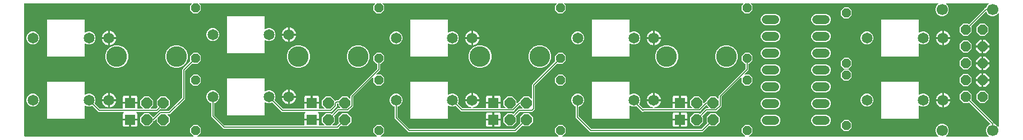
<source format=gbr>
G04 EAGLE Gerber X2 export*
%TF.Part,Single*%
%TF.FileFunction,Copper,L1,Top,Mixed*%
%TF.FilePolarity,Positive*%
%TF.GenerationSoftware,Autodesk,EAGLE,9.1.0*%
%TF.CreationDate,2018-10-14T09:45:26Z*%
G75*
%MOMM*%
%FSLAX34Y34*%
%LPD*%
%AMOC8*
5,1,8,0,0,1.08239X$1,22.5*%
G01*
%ADD10P,1.429621X8X112.500000*%
%ADD11C,1.650000*%
%ADD12R,1.650000X1.650000*%
%ADD13P,1.785944X8X292.500000*%
%ADD14C,3.116000*%
%ADD15C,1.320800*%
%ADD16C,1.700000*%
%ADD17P,1.429621X8X292.500000*%
%ADD18P,1.649562X8X112.500000*%
%ADD19C,0.152400*%

G36*
X265374Y10934D02*
X265374Y10934D01*
X265446Y10936D01*
X265495Y10954D01*
X265546Y10962D01*
X265610Y10996D01*
X265677Y11021D01*
X265718Y11053D01*
X265764Y11078D01*
X265813Y11130D01*
X265869Y11174D01*
X265897Y11218D01*
X265933Y11256D01*
X265963Y11321D01*
X266002Y11381D01*
X266015Y11432D01*
X266037Y11479D01*
X266045Y11550D01*
X266062Y11620D01*
X266058Y11672D01*
X266064Y11723D01*
X266049Y11794D01*
X266043Y11865D01*
X266023Y11913D01*
X266012Y11964D01*
X265975Y12025D01*
X265947Y12091D01*
X265902Y12147D01*
X265885Y12175D01*
X265868Y12190D01*
X265842Y12222D01*
X261111Y16953D01*
X261111Y23687D01*
X265873Y28449D01*
X272607Y28449D01*
X277369Y23687D01*
X277369Y16953D01*
X272638Y12222D01*
X272596Y12164D01*
X272547Y12112D01*
X272525Y12065D01*
X272494Y12023D01*
X272473Y11954D01*
X272443Y11889D01*
X272437Y11837D01*
X272422Y11787D01*
X272424Y11716D01*
X272416Y11645D01*
X272427Y11594D01*
X272428Y11542D01*
X272453Y11474D01*
X272468Y11404D01*
X272495Y11359D01*
X272513Y11311D01*
X272558Y11255D01*
X272595Y11193D01*
X272634Y11159D01*
X272667Y11119D01*
X272727Y11080D01*
X272781Y11033D01*
X272830Y11014D01*
X272874Y10986D01*
X272943Y10968D01*
X273010Y10941D01*
X273081Y10933D01*
X273112Y10925D01*
X273135Y10927D01*
X273176Y10923D01*
X542164Y10923D01*
X542234Y10934D01*
X542306Y10936D01*
X542355Y10954D01*
X542406Y10962D01*
X542470Y10996D01*
X542537Y11021D01*
X542578Y11053D01*
X542624Y11078D01*
X542673Y11130D01*
X542729Y11174D01*
X542757Y11218D01*
X542793Y11256D01*
X542823Y11321D01*
X542862Y11381D01*
X542875Y11432D01*
X542897Y11479D01*
X542905Y11550D01*
X542922Y11620D01*
X542918Y11672D01*
X542924Y11723D01*
X542909Y11794D01*
X542903Y11865D01*
X542883Y11913D01*
X542872Y11964D01*
X542835Y12025D01*
X542807Y12091D01*
X542762Y12147D01*
X542745Y12175D01*
X542728Y12190D01*
X542702Y12222D01*
X537971Y16953D01*
X537971Y23687D01*
X542733Y28449D01*
X549467Y28449D01*
X554229Y23687D01*
X554229Y16953D01*
X549498Y12222D01*
X549456Y12164D01*
X549407Y12112D01*
X549385Y12065D01*
X549354Y12023D01*
X549333Y11954D01*
X549303Y11889D01*
X549297Y11837D01*
X549282Y11787D01*
X549284Y11716D01*
X549276Y11645D01*
X549287Y11594D01*
X549288Y11542D01*
X549313Y11474D01*
X549328Y11404D01*
X549355Y11359D01*
X549373Y11311D01*
X549418Y11255D01*
X549455Y11193D01*
X549494Y11159D01*
X549527Y11119D01*
X549587Y11080D01*
X549641Y11033D01*
X549690Y11014D01*
X549734Y10986D01*
X549803Y10968D01*
X549870Y10941D01*
X549941Y10933D01*
X549972Y10925D01*
X549995Y10927D01*
X550036Y10923D01*
X816484Y10923D01*
X816554Y10934D01*
X816626Y10936D01*
X816675Y10954D01*
X816726Y10962D01*
X816790Y10996D01*
X816857Y11021D01*
X816898Y11053D01*
X816944Y11078D01*
X816993Y11130D01*
X817049Y11174D01*
X817077Y11218D01*
X817113Y11256D01*
X817143Y11321D01*
X817182Y11381D01*
X817195Y11432D01*
X817217Y11479D01*
X817225Y11550D01*
X817242Y11620D01*
X817238Y11672D01*
X817244Y11723D01*
X817229Y11794D01*
X817223Y11865D01*
X817203Y11913D01*
X817192Y11964D01*
X817155Y12025D01*
X817127Y12091D01*
X817082Y12147D01*
X817065Y12175D01*
X817048Y12190D01*
X817022Y12222D01*
X812291Y16953D01*
X812291Y23687D01*
X817053Y28449D01*
X823787Y28449D01*
X828549Y23687D01*
X828549Y16953D01*
X823818Y12222D01*
X823776Y12164D01*
X823727Y12112D01*
X823705Y12065D01*
X823674Y12023D01*
X823653Y11954D01*
X823623Y11889D01*
X823617Y11837D01*
X823602Y11787D01*
X823604Y11716D01*
X823596Y11645D01*
X823607Y11594D01*
X823608Y11542D01*
X823633Y11474D01*
X823648Y11404D01*
X823675Y11359D01*
X823693Y11311D01*
X823738Y11255D01*
X823775Y11193D01*
X823814Y11159D01*
X823847Y11119D01*
X823907Y11080D01*
X823961Y11033D01*
X824010Y11014D01*
X824054Y10986D01*
X824123Y10968D01*
X824190Y10941D01*
X824261Y10933D01*
X824292Y10925D01*
X824315Y10927D01*
X824356Y10923D01*
X1098424Y10923D01*
X1098494Y10934D01*
X1098566Y10936D01*
X1098615Y10954D01*
X1098666Y10962D01*
X1098730Y10996D01*
X1098797Y11021D01*
X1098838Y11053D01*
X1098884Y11078D01*
X1098933Y11130D01*
X1098989Y11174D01*
X1099017Y11218D01*
X1099053Y11256D01*
X1099083Y11321D01*
X1099122Y11381D01*
X1099135Y11432D01*
X1099157Y11479D01*
X1099165Y11550D01*
X1099182Y11620D01*
X1099178Y11672D01*
X1099184Y11723D01*
X1099169Y11794D01*
X1099163Y11865D01*
X1099143Y11913D01*
X1099132Y11964D01*
X1099095Y12025D01*
X1099067Y12091D01*
X1099022Y12147D01*
X1099005Y12175D01*
X1098988Y12190D01*
X1098962Y12222D01*
X1094231Y16953D01*
X1094231Y23687D01*
X1098993Y28449D01*
X1105727Y28449D01*
X1110489Y23687D01*
X1110489Y16953D01*
X1105758Y12222D01*
X1105716Y12164D01*
X1105667Y12112D01*
X1105645Y12065D01*
X1105614Y12023D01*
X1105593Y11954D01*
X1105563Y11889D01*
X1105557Y11837D01*
X1105542Y11787D01*
X1105544Y11716D01*
X1105536Y11645D01*
X1105547Y11594D01*
X1105548Y11542D01*
X1105573Y11474D01*
X1105588Y11404D01*
X1105615Y11359D01*
X1105633Y11311D01*
X1105678Y11255D01*
X1105715Y11193D01*
X1105754Y11159D01*
X1105787Y11119D01*
X1105847Y11080D01*
X1105901Y11033D01*
X1105950Y11014D01*
X1105994Y10986D01*
X1106063Y10968D01*
X1106130Y10941D01*
X1106201Y10933D01*
X1106232Y10925D01*
X1106255Y10927D01*
X1106296Y10923D01*
X1390382Y10923D01*
X1390453Y10934D01*
X1390525Y10936D01*
X1390574Y10954D01*
X1390625Y10962D01*
X1390688Y10996D01*
X1390756Y11021D01*
X1390796Y11053D01*
X1390842Y11078D01*
X1390892Y11130D01*
X1390948Y11174D01*
X1390976Y11218D01*
X1391012Y11256D01*
X1391042Y11321D01*
X1391081Y11381D01*
X1391094Y11432D01*
X1391115Y11479D01*
X1391123Y11550D01*
X1391141Y11620D01*
X1391137Y11672D01*
X1391143Y11723D01*
X1391127Y11794D01*
X1391122Y11865D01*
X1391101Y11913D01*
X1391090Y11964D01*
X1391054Y12025D01*
X1391025Y12091D01*
X1390981Y12147D01*
X1390964Y12175D01*
X1390946Y12190D01*
X1390921Y12222D01*
X1388501Y14641D01*
X1386975Y18326D01*
X1386975Y22314D01*
X1388501Y25999D01*
X1391321Y28819D01*
X1395006Y30345D01*
X1398994Y30345D01*
X1402679Y28819D01*
X1405499Y25999D01*
X1407025Y22314D01*
X1407025Y18326D01*
X1405499Y14641D01*
X1403079Y12222D01*
X1403038Y12164D01*
X1402988Y12112D01*
X1402966Y12065D01*
X1402936Y12023D01*
X1402915Y11954D01*
X1402885Y11889D01*
X1402879Y11837D01*
X1402863Y11787D01*
X1402865Y11716D01*
X1402857Y11645D01*
X1402868Y11594D01*
X1402870Y11542D01*
X1402894Y11474D01*
X1402910Y11404D01*
X1402936Y11359D01*
X1402954Y11311D01*
X1402999Y11255D01*
X1403036Y11193D01*
X1403075Y11159D01*
X1403108Y11119D01*
X1403168Y11080D01*
X1403223Y11033D01*
X1403271Y11014D01*
X1403315Y10986D01*
X1403384Y10968D01*
X1403451Y10941D01*
X1403522Y10933D01*
X1403553Y10925D01*
X1403577Y10927D01*
X1403618Y10923D01*
X1466582Y10923D01*
X1466653Y10934D01*
X1466725Y10936D01*
X1466774Y10954D01*
X1466825Y10962D01*
X1466888Y10996D01*
X1466956Y11021D01*
X1466996Y11053D01*
X1467042Y11078D01*
X1467092Y11130D01*
X1467148Y11174D01*
X1467176Y11218D01*
X1467212Y11256D01*
X1467242Y11321D01*
X1467281Y11381D01*
X1467294Y11432D01*
X1467315Y11479D01*
X1467323Y11550D01*
X1467341Y11620D01*
X1467337Y11672D01*
X1467343Y11723D01*
X1467327Y11794D01*
X1467322Y11865D01*
X1467301Y11913D01*
X1467290Y11964D01*
X1467254Y12025D01*
X1467225Y12091D01*
X1467181Y12147D01*
X1467164Y12175D01*
X1467146Y12190D01*
X1467121Y12222D01*
X1464701Y14641D01*
X1463175Y18326D01*
X1463175Y22314D01*
X1464701Y25999D01*
X1467521Y28819D01*
X1469372Y29585D01*
X1469411Y29609D01*
X1469454Y29625D01*
X1469515Y29674D01*
X1469581Y29715D01*
X1469611Y29750D01*
X1469646Y29779D01*
X1469689Y29844D01*
X1469738Y29904D01*
X1469755Y29947D01*
X1469779Y29986D01*
X1469799Y30061D01*
X1469826Y30134D01*
X1469828Y30180D01*
X1469840Y30224D01*
X1469834Y30302D01*
X1469837Y30380D01*
X1469824Y30424D01*
X1469820Y30470D01*
X1469790Y30541D01*
X1469768Y30616D01*
X1469742Y30654D01*
X1469724Y30696D01*
X1469639Y30802D01*
X1469628Y30818D01*
X1469624Y30821D01*
X1469619Y30827D01*
X1437948Y62498D01*
X1437931Y62510D01*
X1437919Y62526D01*
X1437832Y62582D01*
X1437748Y62642D01*
X1437729Y62648D01*
X1437712Y62659D01*
X1437612Y62684D01*
X1437513Y62714D01*
X1437493Y62714D01*
X1437474Y62719D01*
X1437371Y62711D01*
X1437267Y62708D01*
X1437248Y62701D01*
X1437228Y62700D01*
X1437133Y62659D01*
X1437036Y62624D01*
X1437020Y62611D01*
X1437002Y62603D01*
X1436871Y62498D01*
X1436348Y61975D01*
X1428772Y61975D01*
X1423415Y67332D01*
X1423415Y74908D01*
X1428772Y80265D01*
X1436348Y80265D01*
X1441705Y74908D01*
X1441705Y67332D01*
X1441182Y66809D01*
X1441170Y66793D01*
X1441154Y66780D01*
X1441098Y66693D01*
X1441038Y66609D01*
X1441032Y66590D01*
X1441021Y66573D01*
X1440996Y66473D01*
X1440966Y66374D01*
X1440966Y66354D01*
X1440961Y66335D01*
X1440969Y66232D01*
X1440972Y66128D01*
X1440979Y66109D01*
X1440980Y66090D01*
X1441021Y65995D01*
X1441056Y65897D01*
X1441069Y65882D01*
X1441077Y65863D01*
X1441182Y65732D01*
X1473924Y32990D01*
X1475487Y31427D01*
X1475487Y30732D01*
X1475506Y30617D01*
X1475523Y30501D01*
X1475525Y30496D01*
X1475526Y30489D01*
X1475581Y30387D01*
X1475634Y30282D01*
X1475639Y30278D01*
X1475642Y30272D01*
X1475726Y30192D01*
X1475810Y30110D01*
X1475816Y30106D01*
X1475820Y30103D01*
X1475837Y30095D01*
X1475957Y30029D01*
X1478879Y28819D01*
X1481298Y26399D01*
X1481356Y26358D01*
X1481408Y26308D01*
X1481455Y26286D01*
X1481497Y26256D01*
X1481566Y26235D01*
X1481631Y26205D01*
X1481683Y26199D01*
X1481733Y26183D01*
X1481804Y26185D01*
X1481875Y26177D01*
X1481926Y26188D01*
X1481978Y26190D01*
X1482046Y26214D01*
X1482116Y26230D01*
X1482161Y26256D01*
X1482209Y26274D01*
X1482265Y26319D01*
X1482327Y26356D01*
X1482361Y26395D01*
X1482401Y26428D01*
X1482440Y26488D01*
X1482487Y26543D01*
X1482506Y26591D01*
X1482534Y26635D01*
X1482552Y26704D01*
X1482579Y26771D01*
X1482587Y26842D01*
X1482595Y26873D01*
X1482593Y26897D01*
X1482597Y26938D01*
X1482597Y196582D01*
X1482586Y196653D01*
X1482584Y196725D01*
X1482566Y196774D01*
X1482558Y196825D01*
X1482524Y196888D01*
X1482499Y196956D01*
X1482467Y196996D01*
X1482442Y197042D01*
X1482390Y197092D01*
X1482346Y197148D01*
X1482302Y197176D01*
X1482264Y197212D01*
X1482199Y197242D01*
X1482139Y197281D01*
X1482088Y197294D01*
X1482041Y197315D01*
X1481970Y197323D01*
X1481900Y197341D01*
X1481848Y197337D01*
X1481797Y197343D01*
X1481726Y197327D01*
X1481655Y197322D01*
X1481607Y197301D01*
X1481556Y197290D01*
X1481495Y197254D01*
X1481429Y197225D01*
X1481373Y197181D01*
X1481345Y197164D01*
X1481330Y197146D01*
X1481298Y197121D01*
X1478879Y194701D01*
X1475194Y193175D01*
X1471206Y193175D01*
X1467521Y194701D01*
X1464701Y197521D01*
X1463935Y199372D01*
X1463911Y199411D01*
X1463895Y199454D01*
X1463846Y199515D01*
X1463805Y199581D01*
X1463770Y199611D01*
X1463741Y199646D01*
X1463676Y199689D01*
X1463616Y199738D01*
X1463573Y199755D01*
X1463534Y199779D01*
X1463459Y199799D01*
X1463386Y199826D01*
X1463340Y199828D01*
X1463296Y199840D01*
X1463218Y199834D01*
X1463140Y199837D01*
X1463096Y199824D01*
X1463050Y199820D01*
X1462979Y199790D01*
X1462904Y199768D01*
X1462866Y199742D01*
X1462824Y199724D01*
X1462718Y199639D01*
X1462702Y199628D01*
X1462699Y199624D01*
X1462693Y199619D01*
X1441182Y178108D01*
X1441170Y178091D01*
X1441154Y178079D01*
X1441098Y177992D01*
X1441038Y177908D01*
X1441032Y177889D01*
X1441021Y177872D01*
X1440996Y177772D01*
X1440966Y177673D01*
X1440966Y177653D01*
X1440961Y177634D01*
X1440969Y177531D01*
X1440972Y177427D01*
X1440979Y177408D01*
X1440980Y177388D01*
X1441021Y177293D01*
X1441056Y177196D01*
X1441069Y177180D01*
X1441077Y177162D01*
X1441182Y177031D01*
X1441705Y176508D01*
X1441705Y168932D01*
X1436348Y163575D01*
X1428772Y163575D01*
X1423415Y168932D01*
X1423415Y176508D01*
X1428772Y181865D01*
X1436348Y181865D01*
X1436871Y181342D01*
X1436887Y181330D01*
X1436900Y181314D01*
X1436987Y181258D01*
X1437071Y181198D01*
X1437090Y181192D01*
X1437107Y181181D01*
X1437207Y181156D01*
X1437306Y181126D01*
X1437326Y181126D01*
X1437345Y181121D01*
X1437448Y181129D01*
X1437552Y181132D01*
X1437571Y181139D01*
X1437590Y181140D01*
X1437685Y181181D01*
X1437783Y181216D01*
X1437798Y181229D01*
X1437817Y181237D01*
X1437948Y181342D01*
X1460530Y203924D01*
X1462093Y205487D01*
X1462788Y205487D01*
X1462903Y205506D01*
X1463019Y205523D01*
X1463024Y205525D01*
X1463031Y205526D01*
X1463133Y205581D01*
X1463238Y205634D01*
X1463242Y205639D01*
X1463248Y205642D01*
X1463328Y205726D01*
X1463410Y205810D01*
X1463414Y205816D01*
X1463417Y205820D01*
X1463425Y205837D01*
X1463491Y205957D01*
X1464701Y208879D01*
X1467121Y211298D01*
X1467162Y211356D01*
X1467212Y211408D01*
X1467234Y211455D01*
X1467264Y211497D01*
X1467285Y211566D01*
X1467315Y211631D01*
X1467321Y211683D01*
X1467337Y211733D01*
X1467335Y211804D01*
X1467343Y211875D01*
X1467332Y211926D01*
X1467330Y211978D01*
X1467306Y212046D01*
X1467290Y212116D01*
X1467264Y212161D01*
X1467246Y212209D01*
X1467201Y212265D01*
X1467164Y212327D01*
X1467125Y212361D01*
X1467092Y212401D01*
X1467032Y212440D01*
X1466977Y212487D01*
X1466929Y212506D01*
X1466885Y212534D01*
X1466816Y212552D01*
X1466749Y212579D01*
X1466678Y212587D01*
X1466647Y212595D01*
X1466623Y212593D01*
X1466582Y212597D01*
X1403618Y212597D01*
X1403547Y212586D01*
X1403475Y212584D01*
X1403426Y212566D01*
X1403375Y212558D01*
X1403312Y212524D01*
X1403244Y212499D01*
X1403204Y212467D01*
X1403158Y212442D01*
X1403108Y212390D01*
X1403052Y212346D01*
X1403024Y212302D01*
X1402988Y212264D01*
X1402958Y212199D01*
X1402919Y212139D01*
X1402906Y212088D01*
X1402885Y212041D01*
X1402877Y211970D01*
X1402859Y211900D01*
X1402863Y211848D01*
X1402857Y211797D01*
X1402873Y211726D01*
X1402878Y211655D01*
X1402899Y211607D01*
X1402910Y211556D01*
X1402946Y211495D01*
X1402975Y211429D01*
X1403019Y211373D01*
X1403036Y211345D01*
X1403054Y211330D01*
X1403079Y211298D01*
X1405499Y208879D01*
X1407025Y205194D01*
X1407025Y201206D01*
X1405499Y197521D01*
X1402679Y194701D01*
X1398994Y193175D01*
X1395006Y193175D01*
X1391321Y194701D01*
X1388501Y197521D01*
X1386975Y201206D01*
X1386975Y205194D01*
X1388501Y208879D01*
X1390921Y211298D01*
X1390962Y211356D01*
X1391012Y211408D01*
X1391034Y211455D01*
X1391064Y211497D01*
X1391085Y211566D01*
X1391115Y211631D01*
X1391121Y211683D01*
X1391137Y211733D01*
X1391135Y211804D01*
X1391143Y211875D01*
X1391132Y211926D01*
X1391130Y211978D01*
X1391106Y212046D01*
X1391090Y212116D01*
X1391064Y212161D01*
X1391046Y212209D01*
X1391001Y212265D01*
X1390964Y212327D01*
X1390925Y212361D01*
X1390892Y212401D01*
X1390832Y212440D01*
X1390777Y212487D01*
X1390729Y212506D01*
X1390685Y212534D01*
X1390616Y212552D01*
X1390549Y212579D01*
X1390478Y212587D01*
X1390447Y212595D01*
X1390423Y212593D01*
X1390382Y212597D01*
X1108836Y212597D01*
X1108766Y212586D01*
X1108694Y212584D01*
X1108645Y212566D01*
X1108594Y212558D01*
X1108530Y212524D01*
X1108463Y212499D01*
X1108422Y212467D01*
X1108376Y212442D01*
X1108327Y212390D01*
X1108271Y212346D01*
X1108243Y212302D01*
X1108207Y212264D01*
X1108177Y212199D01*
X1108138Y212139D01*
X1108125Y212088D01*
X1108103Y212041D01*
X1108095Y211970D01*
X1108078Y211900D01*
X1108082Y211848D01*
X1108076Y211797D01*
X1108091Y211726D01*
X1108097Y211655D01*
X1108117Y211607D01*
X1108128Y211556D01*
X1108165Y211495D01*
X1108193Y211429D01*
X1108238Y211373D01*
X1108255Y211345D01*
X1108272Y211330D01*
X1108298Y211298D01*
X1110489Y209107D01*
X1110489Y202373D01*
X1105727Y197611D01*
X1098993Y197611D01*
X1094231Y202373D01*
X1094231Y209107D01*
X1096422Y211298D01*
X1096464Y211356D01*
X1096513Y211408D01*
X1096535Y211455D01*
X1096566Y211497D01*
X1096587Y211566D01*
X1096617Y211631D01*
X1096623Y211683D01*
X1096638Y211733D01*
X1096636Y211804D01*
X1096644Y211875D01*
X1096633Y211926D01*
X1096632Y211978D01*
X1096607Y212046D01*
X1096592Y212116D01*
X1096565Y212161D01*
X1096547Y212209D01*
X1096502Y212265D01*
X1096465Y212327D01*
X1096426Y212361D01*
X1096393Y212401D01*
X1096333Y212440D01*
X1096279Y212487D01*
X1096230Y212506D01*
X1096186Y212534D01*
X1096117Y212552D01*
X1096050Y212579D01*
X1095979Y212587D01*
X1095948Y212595D01*
X1095925Y212593D01*
X1095884Y212597D01*
X826896Y212597D01*
X826826Y212586D01*
X826754Y212584D01*
X826705Y212566D01*
X826654Y212558D01*
X826590Y212524D01*
X826523Y212499D01*
X826482Y212467D01*
X826436Y212442D01*
X826387Y212390D01*
X826331Y212346D01*
X826303Y212302D01*
X826267Y212264D01*
X826237Y212199D01*
X826198Y212139D01*
X826185Y212088D01*
X826163Y212041D01*
X826155Y211970D01*
X826138Y211900D01*
X826142Y211848D01*
X826136Y211797D01*
X826151Y211726D01*
X826157Y211655D01*
X826177Y211607D01*
X826188Y211556D01*
X826225Y211495D01*
X826253Y211429D01*
X826298Y211373D01*
X826315Y211345D01*
X826332Y211330D01*
X826358Y211298D01*
X828549Y209107D01*
X828549Y202373D01*
X823787Y197611D01*
X817053Y197611D01*
X812291Y202373D01*
X812291Y209107D01*
X814482Y211298D01*
X814524Y211356D01*
X814573Y211408D01*
X814595Y211455D01*
X814626Y211497D01*
X814647Y211566D01*
X814677Y211631D01*
X814683Y211683D01*
X814698Y211733D01*
X814696Y211804D01*
X814704Y211875D01*
X814693Y211926D01*
X814692Y211978D01*
X814667Y212046D01*
X814652Y212116D01*
X814625Y212161D01*
X814607Y212209D01*
X814562Y212265D01*
X814525Y212327D01*
X814486Y212361D01*
X814453Y212401D01*
X814393Y212440D01*
X814339Y212487D01*
X814290Y212506D01*
X814246Y212534D01*
X814177Y212552D01*
X814110Y212579D01*
X814039Y212587D01*
X814008Y212595D01*
X813985Y212593D01*
X813944Y212597D01*
X552576Y212597D01*
X552506Y212586D01*
X552434Y212584D01*
X552385Y212566D01*
X552334Y212558D01*
X552270Y212524D01*
X552203Y212499D01*
X552162Y212467D01*
X552116Y212442D01*
X552067Y212390D01*
X552011Y212346D01*
X551983Y212302D01*
X551947Y212264D01*
X551917Y212199D01*
X551878Y212139D01*
X551865Y212088D01*
X551843Y212041D01*
X551835Y211970D01*
X551818Y211900D01*
X551822Y211848D01*
X551816Y211797D01*
X551831Y211726D01*
X551837Y211655D01*
X551857Y211607D01*
X551868Y211556D01*
X551905Y211495D01*
X551933Y211429D01*
X551978Y211373D01*
X551995Y211345D01*
X552012Y211330D01*
X552038Y211298D01*
X554229Y209107D01*
X554229Y202373D01*
X549467Y197611D01*
X542733Y197611D01*
X537971Y202373D01*
X537971Y209107D01*
X540162Y211298D01*
X540204Y211356D01*
X540253Y211408D01*
X540275Y211455D01*
X540306Y211497D01*
X540327Y211566D01*
X540357Y211631D01*
X540363Y211683D01*
X540378Y211733D01*
X540376Y211804D01*
X540384Y211875D01*
X540373Y211926D01*
X540372Y211978D01*
X540347Y212046D01*
X540332Y212116D01*
X540305Y212161D01*
X540287Y212209D01*
X540242Y212265D01*
X540205Y212327D01*
X540166Y212361D01*
X540133Y212401D01*
X540073Y212440D01*
X540019Y212487D01*
X539970Y212506D01*
X539926Y212534D01*
X539857Y212552D01*
X539790Y212579D01*
X539719Y212587D01*
X539688Y212595D01*
X539665Y212593D01*
X539624Y212597D01*
X275716Y212597D01*
X275646Y212586D01*
X275574Y212584D01*
X275525Y212566D01*
X275474Y212558D01*
X275410Y212524D01*
X275343Y212499D01*
X275302Y212467D01*
X275256Y212442D01*
X275207Y212390D01*
X275151Y212346D01*
X275123Y212302D01*
X275087Y212264D01*
X275057Y212199D01*
X275018Y212139D01*
X275005Y212088D01*
X274983Y212041D01*
X274975Y211970D01*
X274958Y211900D01*
X274962Y211848D01*
X274956Y211797D01*
X274971Y211726D01*
X274977Y211655D01*
X274997Y211607D01*
X275008Y211556D01*
X275045Y211495D01*
X275073Y211429D01*
X275118Y211373D01*
X275135Y211345D01*
X275152Y211330D01*
X275178Y211298D01*
X277369Y209107D01*
X277369Y202373D01*
X272607Y197611D01*
X265873Y197611D01*
X261111Y202373D01*
X261111Y209107D01*
X263302Y211298D01*
X263344Y211356D01*
X263393Y211408D01*
X263415Y211455D01*
X263446Y211497D01*
X263467Y211566D01*
X263497Y211631D01*
X263503Y211683D01*
X263518Y211733D01*
X263516Y211804D01*
X263524Y211875D01*
X263513Y211926D01*
X263512Y211978D01*
X263487Y212046D01*
X263472Y212116D01*
X263445Y212161D01*
X263427Y212209D01*
X263382Y212265D01*
X263345Y212327D01*
X263306Y212361D01*
X263273Y212401D01*
X263213Y212440D01*
X263159Y212487D01*
X263110Y212506D01*
X263066Y212534D01*
X262997Y212552D01*
X262930Y212579D01*
X262859Y212587D01*
X262828Y212595D01*
X262805Y212593D01*
X262764Y212597D01*
X11684Y212597D01*
X11664Y212594D01*
X11645Y212596D01*
X11543Y212574D01*
X11441Y212558D01*
X11424Y212548D01*
X11404Y212544D01*
X11315Y212491D01*
X11224Y212442D01*
X11210Y212428D01*
X11193Y212418D01*
X11126Y212339D01*
X11054Y212264D01*
X11046Y212246D01*
X11033Y212231D01*
X10994Y212135D01*
X10951Y212041D01*
X10949Y212021D01*
X10941Y212003D01*
X10923Y211836D01*
X10923Y11684D01*
X10926Y11664D01*
X10924Y11645D01*
X10946Y11543D01*
X10962Y11441D01*
X10972Y11424D01*
X10976Y11404D01*
X11029Y11315D01*
X11078Y11224D01*
X11092Y11210D01*
X11102Y11193D01*
X11181Y11126D01*
X11256Y11054D01*
X11274Y11046D01*
X11289Y11033D01*
X11385Y10994D01*
X11479Y10951D01*
X11499Y10949D01*
X11517Y10941D01*
X11684Y10923D01*
X265304Y10923D01*
X265374Y10934D01*
G37*
%LPC*%
G36*
X311473Y23113D02*
X311473Y23113D01*
X309910Y24676D01*
X294716Y39870D01*
X293153Y41433D01*
X293153Y60978D01*
X293134Y61093D01*
X293117Y61209D01*
X293115Y61215D01*
X293114Y61221D01*
X293059Y61324D01*
X293006Y61429D01*
X293001Y61433D01*
X292998Y61439D01*
X292914Y61518D01*
X292830Y61601D01*
X292824Y61605D01*
X292820Y61608D01*
X292803Y61616D01*
X292683Y61682D01*
X289903Y62833D01*
X287153Y65583D01*
X285665Y69176D01*
X285665Y73064D01*
X287153Y76657D01*
X289903Y79407D01*
X293496Y80895D01*
X297384Y80895D01*
X300977Y79407D01*
X303727Y76657D01*
X305215Y73064D01*
X305215Y69176D01*
X303727Y65583D01*
X300977Y62833D01*
X298197Y61682D01*
X298097Y61620D01*
X297997Y61560D01*
X297993Y61555D01*
X297988Y61552D01*
X297913Y61462D01*
X297837Y61373D01*
X297835Y61367D01*
X297831Y61363D01*
X297789Y61253D01*
X297745Y61145D01*
X297744Y61138D01*
X297743Y61133D01*
X297742Y61115D01*
X297727Y60978D01*
X297727Y43642D01*
X297729Y43628D01*
X297728Y43617D01*
X297740Y43559D01*
X297742Y43552D01*
X297749Y43461D01*
X297761Y43432D01*
X297766Y43400D01*
X297809Y43319D01*
X297845Y43235D01*
X297871Y43203D01*
X297882Y43182D01*
X297905Y43160D01*
X297950Y43104D01*
X313144Y27910D01*
X313218Y27857D01*
X313288Y27797D01*
X313318Y27785D01*
X313344Y27766D01*
X313431Y27739D01*
X313516Y27705D01*
X313557Y27701D01*
X313579Y27694D01*
X313611Y27695D01*
X313682Y27687D01*
X433348Y27687D01*
X433368Y27690D01*
X433387Y27688D01*
X433489Y27710D01*
X433591Y27726D01*
X433608Y27736D01*
X433628Y27740D01*
X433717Y27793D01*
X433808Y27842D01*
X433822Y27856D01*
X433839Y27866D01*
X433906Y27945D01*
X433978Y28020D01*
X433986Y28038D01*
X433999Y28053D01*
X434038Y28149D01*
X434081Y28243D01*
X434083Y28263D01*
X434091Y28281D01*
X434109Y28448D01*
X434109Y35157D01*
X444138Y35157D01*
X444158Y35160D01*
X444177Y35158D01*
X444279Y35180D01*
X444381Y35197D01*
X444398Y35206D01*
X444418Y35210D01*
X444507Y35263D01*
X444598Y35312D01*
X444612Y35326D01*
X444629Y35336D01*
X444696Y35415D01*
X444767Y35490D01*
X444776Y35508D01*
X444789Y35523D01*
X444827Y35619D01*
X444871Y35713D01*
X444873Y35733D01*
X444881Y35751D01*
X444899Y35918D01*
X444899Y37442D01*
X444896Y37462D01*
X444898Y37481D01*
X444876Y37583D01*
X444859Y37685D01*
X444850Y37702D01*
X444846Y37722D01*
X444793Y37811D01*
X444744Y37902D01*
X444730Y37916D01*
X444720Y37933D01*
X444641Y38000D01*
X444566Y38071D01*
X444548Y38080D01*
X444533Y38093D01*
X444437Y38132D01*
X444343Y38175D01*
X444323Y38177D01*
X444305Y38185D01*
X444138Y38203D01*
X434109Y38203D01*
X434109Y45264D01*
X434282Y45911D01*
X434617Y46490D01*
X435090Y46963D01*
X435315Y47093D01*
X435352Y47123D01*
X435394Y47146D01*
X435446Y47200D01*
X435505Y47248D01*
X435530Y47289D01*
X435563Y47324D01*
X435595Y47393D01*
X435636Y47457D01*
X435647Y47503D01*
X435667Y47547D01*
X435675Y47622D01*
X435693Y47696D01*
X435689Y47744D01*
X435694Y47791D01*
X435678Y47866D01*
X435671Y47941D01*
X435652Y47985D01*
X435642Y48032D01*
X435603Y48097D01*
X435573Y48166D01*
X435540Y48202D01*
X435516Y48243D01*
X435458Y48292D01*
X435407Y48348D01*
X435365Y48372D01*
X435329Y48403D01*
X435259Y48431D01*
X435192Y48468D01*
X435145Y48477D01*
X435101Y48495D01*
X434972Y48509D01*
X434951Y48513D01*
X434944Y48512D01*
X434934Y48513D01*
X399813Y48513D01*
X398250Y50076D01*
X385994Y62332D01*
X385900Y62400D01*
X385806Y62470D01*
X385799Y62472D01*
X385794Y62475D01*
X385684Y62510D01*
X385572Y62546D01*
X385565Y62546D01*
X385559Y62548D01*
X385443Y62545D01*
X385326Y62544D01*
X385318Y62542D01*
X385314Y62541D01*
X385296Y62535D01*
X385165Y62497D01*
X382384Y61345D01*
X378496Y61345D01*
X374903Y62833D01*
X374740Y62996D01*
X374682Y63038D01*
X374630Y63087D01*
X374583Y63109D01*
X374541Y63140D01*
X374472Y63161D01*
X374407Y63191D01*
X374355Y63197D01*
X374305Y63212D01*
X374234Y63210D01*
X374163Y63218D01*
X374112Y63207D01*
X374060Y63206D01*
X373992Y63181D01*
X373922Y63166D01*
X373877Y63139D01*
X373829Y63121D01*
X373773Y63076D01*
X373711Y63040D01*
X373677Y63000D01*
X373637Y62968D01*
X373598Y62907D01*
X373551Y62853D01*
X373532Y62804D01*
X373504Y62761D01*
X373486Y62691D01*
X373459Y62625D01*
X373451Y62553D01*
X373443Y62522D01*
X373445Y62499D01*
X373441Y62458D01*
X373441Y43120D01*
X373440Y43119D01*
X317440Y43119D01*
X317439Y43120D01*
X317439Y99120D01*
X317440Y99121D01*
X373440Y99121D01*
X373441Y99120D01*
X373441Y79782D01*
X373452Y79711D01*
X373454Y79640D01*
X373472Y79591D01*
X373480Y79539D01*
X373514Y79476D01*
X373539Y79409D01*
X373571Y79368D01*
X373596Y79322D01*
X373647Y79273D01*
X373692Y79217D01*
X373736Y79188D01*
X373774Y79153D01*
X373839Y79122D01*
X373899Y79084D01*
X373950Y79071D01*
X373997Y79049D01*
X374068Y79041D01*
X374138Y79024D01*
X374190Y79028D01*
X374241Y79022D01*
X374312Y79037D01*
X374383Y79043D01*
X374431Y79063D01*
X374482Y79074D01*
X374543Y79111D01*
X374609Y79139D01*
X374665Y79184D01*
X374693Y79200D01*
X374708Y79218D01*
X374740Y79244D01*
X374903Y79407D01*
X378496Y80895D01*
X382384Y80895D01*
X385977Y79407D01*
X388727Y76657D01*
X390215Y73064D01*
X390215Y69176D01*
X389063Y66395D01*
X389036Y66282D01*
X389008Y66168D01*
X389008Y66162D01*
X389007Y66156D01*
X389018Y66039D01*
X389027Y65923D01*
X389029Y65917D01*
X389030Y65911D01*
X389078Y65804D01*
X389123Y65697D01*
X389128Y65691D01*
X389130Y65686D01*
X389143Y65673D01*
X389228Y65566D01*
X401484Y53310D01*
X401558Y53257D01*
X401628Y53197D01*
X401658Y53185D01*
X401684Y53166D01*
X401771Y53139D01*
X401856Y53105D01*
X401897Y53101D01*
X401919Y53094D01*
X401951Y53095D01*
X402023Y53087D01*
X433348Y53087D01*
X433368Y53090D01*
X433387Y53088D01*
X433489Y53110D01*
X433591Y53126D01*
X433608Y53136D01*
X433628Y53140D01*
X433717Y53193D01*
X433808Y53242D01*
X433822Y53256D01*
X433839Y53266D01*
X433906Y53345D01*
X433978Y53420D01*
X433986Y53438D01*
X433999Y53453D01*
X434038Y53549D01*
X434081Y53643D01*
X434083Y53663D01*
X434091Y53681D01*
X434109Y53848D01*
X434109Y60557D01*
X444138Y60557D01*
X444158Y60560D01*
X444177Y60558D01*
X444279Y60580D01*
X444381Y60597D01*
X444398Y60606D01*
X444418Y60610D01*
X444507Y60663D01*
X444598Y60712D01*
X444612Y60726D01*
X444629Y60736D01*
X444696Y60815D01*
X444767Y60890D01*
X444776Y60908D01*
X444789Y60923D01*
X444827Y61019D01*
X444871Y61113D01*
X444873Y61133D01*
X444881Y61151D01*
X444899Y61318D01*
X444899Y62081D01*
X444901Y62081D01*
X444901Y61318D01*
X444904Y61298D01*
X444902Y61279D01*
X444924Y61177D01*
X444941Y61075D01*
X444950Y61058D01*
X444954Y61038D01*
X445007Y60949D01*
X445056Y60858D01*
X445070Y60844D01*
X445080Y60827D01*
X445159Y60760D01*
X445234Y60689D01*
X445252Y60680D01*
X445267Y60667D01*
X445363Y60628D01*
X445457Y60585D01*
X445477Y60583D01*
X445495Y60575D01*
X445662Y60557D01*
X455691Y60557D01*
X455691Y53848D01*
X455694Y53828D01*
X455692Y53809D01*
X455714Y53707D01*
X455730Y53605D01*
X455740Y53588D01*
X455744Y53568D01*
X455797Y53479D01*
X455846Y53388D01*
X455860Y53374D01*
X455870Y53357D01*
X455949Y53290D01*
X456024Y53218D01*
X456042Y53210D01*
X456057Y53197D01*
X456153Y53158D01*
X456247Y53115D01*
X456267Y53113D01*
X456285Y53105D01*
X456452Y53087D01*
X463232Y53087D01*
X463303Y53098D01*
X463374Y53100D01*
X463423Y53118D01*
X463475Y53126D01*
X463538Y53160D01*
X463605Y53185D01*
X463646Y53217D01*
X463692Y53242D01*
X463741Y53294D01*
X463797Y53338D01*
X463826Y53382D01*
X463861Y53420D01*
X463892Y53485D01*
X463930Y53545D01*
X463943Y53596D01*
X463965Y53643D01*
X463973Y53714D01*
X463990Y53784D01*
X463986Y53836D01*
X463992Y53887D01*
X463977Y53958D01*
X463971Y54029D01*
X463951Y54077D01*
X463940Y54128D01*
X463903Y54189D01*
X463875Y54255D01*
X463830Y54311D01*
X463814Y54339D01*
X463796Y54354D01*
X463770Y54386D01*
X460125Y58031D01*
X460125Y66129D01*
X465851Y71855D01*
X473949Y71855D01*
X479675Y66129D01*
X479675Y65646D01*
X479686Y65576D01*
X479688Y65504D01*
X479706Y65455D01*
X479714Y65404D01*
X479748Y65340D01*
X479773Y65273D01*
X479805Y65232D01*
X479830Y65186D01*
X479882Y65137D01*
X479926Y65081D01*
X479970Y65053D01*
X480008Y65017D01*
X480073Y64987D01*
X480133Y64948D01*
X480184Y64935D01*
X480231Y64913D01*
X480302Y64905D01*
X480372Y64888D01*
X480424Y64892D01*
X480475Y64886D01*
X480546Y64901D01*
X480617Y64907D01*
X480665Y64927D01*
X480716Y64938D01*
X480777Y64975D01*
X480843Y65003D01*
X480899Y65048D01*
X480927Y65065D01*
X480942Y65082D01*
X480974Y65108D01*
X481653Y65787D01*
X484468Y65787D01*
X484558Y65801D01*
X484649Y65809D01*
X484679Y65821D01*
X484711Y65826D01*
X484791Y65869D01*
X484875Y65905D01*
X484907Y65931D01*
X484928Y65942D01*
X484950Y65965D01*
X485006Y66010D01*
X490851Y71855D01*
X498949Y71855D01*
X501850Y68954D01*
X501908Y68912D01*
X501960Y68863D01*
X502007Y68841D01*
X502049Y68810D01*
X502118Y68789D01*
X502183Y68759D01*
X502235Y68753D01*
X502285Y68738D01*
X502356Y68740D01*
X502427Y68732D01*
X502478Y68743D01*
X502530Y68744D01*
X502598Y68769D01*
X502668Y68784D01*
X502713Y68811D01*
X502761Y68829D01*
X502817Y68874D01*
X502879Y68910D01*
X502913Y68950D01*
X502953Y68982D01*
X502992Y69043D01*
X503039Y69097D01*
X503058Y69146D01*
X503086Y69189D01*
X503104Y69259D01*
X503131Y69325D01*
X503139Y69397D01*
X503147Y69428D01*
X503145Y69451D01*
X503149Y69492D01*
X503149Y73163D01*
X543590Y113604D01*
X543643Y113678D01*
X543703Y113748D01*
X543715Y113778D01*
X543734Y113804D01*
X543761Y113891D01*
X543795Y113976D01*
X543799Y114017D01*
X543806Y114039D01*
X543805Y114071D01*
X543813Y114143D01*
X543813Y120650D01*
X543810Y120670D01*
X543812Y120689D01*
X543790Y120791D01*
X543774Y120893D01*
X543764Y120910D01*
X543760Y120930D01*
X543707Y121019D01*
X543658Y121110D01*
X543644Y121124D01*
X543634Y121141D01*
X543555Y121208D01*
X543480Y121280D01*
X543462Y121288D01*
X543447Y121301D01*
X543351Y121340D01*
X543257Y121383D01*
X543237Y121385D01*
X543219Y121393D01*
X543052Y121411D01*
X542733Y121411D01*
X537971Y126173D01*
X537971Y132907D01*
X542733Y137669D01*
X549467Y137669D01*
X554229Y132907D01*
X554229Y126173D01*
X549467Y121411D01*
X549148Y121411D01*
X549128Y121408D01*
X549109Y121410D01*
X549007Y121388D01*
X548905Y121372D01*
X548888Y121362D01*
X548868Y121358D01*
X548779Y121305D01*
X548688Y121256D01*
X548674Y121242D01*
X548657Y121232D01*
X548590Y121153D01*
X548518Y121078D01*
X548510Y121060D01*
X548497Y121045D01*
X548458Y120949D01*
X548415Y120855D01*
X548413Y120835D01*
X548405Y120817D01*
X548387Y120650D01*
X548387Y111933D01*
X542402Y105948D01*
X542360Y105890D01*
X542311Y105838D01*
X542289Y105791D01*
X542259Y105749D01*
X542238Y105680D01*
X542207Y105615D01*
X542202Y105563D01*
X542186Y105513D01*
X542188Y105442D01*
X542180Y105371D01*
X542191Y105320D01*
X542193Y105268D01*
X542217Y105200D01*
X542232Y105130D01*
X542259Y105085D01*
X542277Y105037D01*
X542322Y104981D01*
X542359Y104919D01*
X542398Y104885D01*
X542431Y104845D01*
X542491Y104806D01*
X542546Y104759D01*
X542594Y104740D01*
X542638Y104712D01*
X542707Y104694D01*
X542774Y104667D01*
X542845Y104659D01*
X542876Y104651D01*
X542900Y104653D01*
X542940Y104649D01*
X549467Y104649D01*
X554229Y99887D01*
X554229Y93153D01*
X549467Y88391D01*
X542733Y88391D01*
X537971Y93153D01*
X537971Y99680D01*
X537960Y99750D01*
X537958Y99822D01*
X537940Y99871D01*
X537932Y99922D01*
X537898Y99986D01*
X537873Y100053D01*
X537841Y100094D01*
X537816Y100140D01*
X537764Y100189D01*
X537720Y100245D01*
X537676Y100273D01*
X537638Y100309D01*
X537573Y100339D01*
X537513Y100378D01*
X537462Y100391D01*
X537415Y100413D01*
X537344Y100421D01*
X537274Y100438D01*
X537222Y100434D01*
X537171Y100440D01*
X537100Y100425D01*
X537029Y100419D01*
X536981Y100399D01*
X536930Y100388D01*
X536869Y100351D01*
X536803Y100323D01*
X536747Y100278D01*
X536719Y100261D01*
X536704Y100244D01*
X536672Y100218D01*
X507946Y71492D01*
X507893Y71418D01*
X507833Y71348D01*
X507821Y71318D01*
X507802Y71292D01*
X507775Y71205D01*
X507741Y71120D01*
X507737Y71079D01*
X507730Y71057D01*
X507731Y71025D01*
X507723Y70953D01*
X507723Y56769D01*
X500211Y49257D01*
X486027Y49257D01*
X485936Y49243D01*
X485846Y49235D01*
X485816Y49223D01*
X485784Y49218D01*
X485703Y49175D01*
X485619Y49139D01*
X485587Y49113D01*
X485566Y49102D01*
X485544Y49079D01*
X485488Y49034D01*
X478967Y42513D01*
X478955Y42497D01*
X478940Y42484D01*
X478884Y42397D01*
X478823Y42313D01*
X478818Y42294D01*
X478807Y42278D01*
X478782Y42177D01*
X478751Y42078D01*
X478752Y42058D01*
X478747Y42039D01*
X478755Y41936D01*
X478757Y41832D01*
X478764Y41814D01*
X478766Y41794D01*
X478806Y41699D01*
X478842Y41601D01*
X478854Y41586D01*
X478862Y41567D01*
X478967Y41437D01*
X479675Y40729D01*
X479675Y32631D01*
X476030Y28986D01*
X475988Y28928D01*
X475939Y28876D01*
X475917Y28829D01*
X475886Y28787D01*
X475865Y28718D01*
X475835Y28653D01*
X475829Y28601D01*
X475814Y28551D01*
X475816Y28480D01*
X475808Y28409D01*
X475819Y28358D01*
X475820Y28306D01*
X475845Y28238D01*
X475860Y28168D01*
X475887Y28123D01*
X475905Y28075D01*
X475950Y28019D01*
X475986Y27957D01*
X476026Y27923D01*
X476058Y27883D01*
X476119Y27844D01*
X476173Y27797D01*
X476222Y27778D01*
X476265Y27750D01*
X476335Y27732D01*
X476401Y27705D01*
X476473Y27697D01*
X476504Y27689D01*
X476527Y27691D01*
X476568Y27687D01*
X482358Y27687D01*
X482448Y27701D01*
X482539Y27709D01*
X482568Y27721D01*
X482600Y27726D01*
X482681Y27769D01*
X482765Y27805D01*
X482797Y27831D01*
X482818Y27842D01*
X482840Y27865D01*
X482896Y27910D01*
X485833Y30847D01*
X485845Y30863D01*
X485860Y30876D01*
X485916Y30963D01*
X485977Y31047D01*
X485982Y31066D01*
X485993Y31082D01*
X486018Y31183D01*
X486049Y31282D01*
X486048Y31302D01*
X486053Y31321D01*
X486045Y31424D01*
X486043Y31528D01*
X486036Y31546D01*
X486034Y31566D01*
X485994Y31661D01*
X485958Y31759D01*
X485946Y31774D01*
X485938Y31792D01*
X485833Y31923D01*
X485125Y32631D01*
X485125Y40729D01*
X490851Y46455D01*
X498949Y46455D01*
X504675Y40729D01*
X504675Y32631D01*
X498949Y26905D01*
X490851Y26905D01*
X490143Y27613D01*
X490127Y27625D01*
X490115Y27640D01*
X490027Y27696D01*
X489944Y27757D01*
X489925Y27762D01*
X489908Y27773D01*
X489807Y27798D01*
X489709Y27829D01*
X489689Y27828D01*
X489669Y27833D01*
X489566Y27825D01*
X489463Y27823D01*
X489444Y27816D01*
X489424Y27814D01*
X489329Y27774D01*
X489232Y27738D01*
X489216Y27726D01*
X489198Y27718D01*
X489067Y27613D01*
X486130Y24676D01*
X484567Y23113D01*
X311473Y23113D01*
G37*
%LPD*%
%LPC*%
G36*
X1022111Y26905D02*
X1022111Y26905D01*
X1016385Y32631D01*
X1016385Y40729D01*
X1022111Y46455D01*
X1030209Y46455D01*
X1030917Y45747D01*
X1030933Y45735D01*
X1030945Y45720D01*
X1031032Y45664D01*
X1031116Y45603D01*
X1031135Y45598D01*
X1031152Y45587D01*
X1031253Y45562D01*
X1031351Y45531D01*
X1031371Y45532D01*
X1031391Y45527D01*
X1031494Y45535D01*
X1031597Y45537D01*
X1031616Y45544D01*
X1031636Y45546D01*
X1031731Y45586D01*
X1031828Y45622D01*
X1031844Y45634D01*
X1031862Y45642D01*
X1031993Y45747D01*
X1040077Y53831D01*
X1043748Y53831D01*
X1043819Y53842D01*
X1043890Y53844D01*
X1043939Y53862D01*
X1043991Y53870D01*
X1044054Y53904D01*
X1044121Y53929D01*
X1044162Y53961D01*
X1044208Y53986D01*
X1044257Y54038D01*
X1044313Y54082D01*
X1044342Y54126D01*
X1044377Y54164D01*
X1044408Y54229D01*
X1044446Y54289D01*
X1044459Y54340D01*
X1044481Y54387D01*
X1044489Y54458D01*
X1044506Y54528D01*
X1044502Y54580D01*
X1044508Y54631D01*
X1044493Y54702D01*
X1044487Y54773D01*
X1044467Y54821D01*
X1044456Y54872D01*
X1044419Y54933D01*
X1044391Y54999D01*
X1044346Y55055D01*
X1044330Y55083D01*
X1044312Y55098D01*
X1044286Y55130D01*
X1041354Y58063D01*
X1041337Y58075D01*
X1041325Y58090D01*
X1041238Y58146D01*
X1041154Y58206D01*
X1041135Y58212D01*
X1041118Y58223D01*
X1041018Y58248D01*
X1040919Y58279D01*
X1040899Y58278D01*
X1040879Y58283D01*
X1040777Y58275D01*
X1040673Y58272D01*
X1040654Y58266D01*
X1040634Y58264D01*
X1040539Y58224D01*
X1040442Y58188D01*
X1040426Y58175D01*
X1040408Y58168D01*
X1040277Y58063D01*
X1033034Y50820D01*
X1031471Y49257D01*
X946887Y49257D01*
X946796Y49243D01*
X946706Y49235D01*
X946676Y49223D01*
X946644Y49218D01*
X946563Y49175D01*
X946479Y49139D01*
X946447Y49113D01*
X946426Y49102D01*
X946404Y49079D01*
X946348Y49034D01*
X945827Y48513D01*
X943933Y48513D01*
X935774Y56672D01*
X935679Y56740D01*
X935585Y56810D01*
X935579Y56812D01*
X935574Y56815D01*
X935463Y56850D01*
X935352Y56886D01*
X935345Y56886D01*
X935339Y56888D01*
X935223Y56885D01*
X935106Y56884D01*
X935098Y56882D01*
X935093Y56881D01*
X935076Y56875D01*
X934945Y56837D01*
X933564Y56265D01*
X929676Y56265D01*
X926083Y57753D01*
X925920Y57916D01*
X925862Y57958D01*
X925810Y58007D01*
X925763Y58029D01*
X925721Y58060D01*
X925652Y58081D01*
X925587Y58111D01*
X925535Y58117D01*
X925485Y58132D01*
X925414Y58130D01*
X925343Y58138D01*
X925292Y58127D01*
X925240Y58126D01*
X925172Y58101D01*
X925102Y58086D01*
X925057Y58059D01*
X925009Y58041D01*
X924953Y57996D01*
X924891Y57960D01*
X924857Y57920D01*
X924817Y57888D01*
X924778Y57827D01*
X924731Y57773D01*
X924712Y57724D01*
X924684Y57681D01*
X924666Y57611D01*
X924639Y57545D01*
X924631Y57473D01*
X924623Y57442D01*
X924625Y57419D01*
X924621Y57378D01*
X924621Y38040D01*
X924620Y38039D01*
X868620Y38039D01*
X868619Y38040D01*
X868619Y94040D01*
X868620Y94041D01*
X924620Y94041D01*
X924621Y94040D01*
X924621Y74702D01*
X924632Y74631D01*
X924634Y74560D01*
X924652Y74511D01*
X924660Y74459D01*
X924694Y74396D01*
X924719Y74329D01*
X924751Y74288D01*
X924776Y74242D01*
X924827Y74193D01*
X924872Y74137D01*
X924916Y74108D01*
X924954Y74073D01*
X925019Y74042D01*
X925079Y74004D01*
X925130Y73991D01*
X925177Y73969D01*
X925248Y73961D01*
X925318Y73944D01*
X925370Y73948D01*
X925421Y73942D01*
X925492Y73957D01*
X925563Y73963D01*
X925611Y73983D01*
X925662Y73994D01*
X925723Y74031D01*
X925789Y74059D01*
X925845Y74104D01*
X925873Y74120D01*
X925888Y74138D01*
X925920Y74164D01*
X926083Y74327D01*
X929676Y75815D01*
X933564Y75815D01*
X937157Y74327D01*
X939907Y71577D01*
X941395Y67984D01*
X941395Y64096D01*
X939907Y60503D01*
X939697Y60293D01*
X939685Y60277D01*
X939670Y60265D01*
X939614Y60178D01*
X939553Y60094D01*
X939548Y60075D01*
X939537Y60058D01*
X939512Y59958D01*
X939481Y59859D01*
X939482Y59839D01*
X939477Y59819D01*
X939485Y59716D01*
X939487Y59613D01*
X939494Y59594D01*
X939496Y59574D01*
X939536Y59479D01*
X939572Y59382D01*
X939584Y59366D01*
X939592Y59348D01*
X939697Y59217D01*
X944860Y54054D01*
X944934Y54001D01*
X945004Y53941D01*
X945034Y53929D01*
X945060Y53910D01*
X945147Y53883D01*
X945232Y53849D01*
X945273Y53845D01*
X945295Y53838D01*
X945327Y53839D01*
X945399Y53831D01*
X960055Y53831D01*
X960118Y53841D01*
X960181Y53841D01*
X960238Y53861D01*
X960297Y53870D01*
X960354Y53900D01*
X960414Y53921D01*
X960462Y53958D01*
X960515Y53986D01*
X960559Y54032D01*
X960609Y54071D01*
X960643Y54120D01*
X960684Y54164D01*
X960711Y54222D01*
X960747Y54275D01*
X960762Y54333D01*
X960788Y54387D01*
X960795Y54450D01*
X960812Y54512D01*
X960808Y54572D01*
X960815Y54631D01*
X960801Y54694D01*
X960798Y54758D01*
X960775Y54813D01*
X960763Y54872D01*
X960730Y54927D01*
X960706Y54986D01*
X960667Y55031D01*
X960636Y55083D01*
X960588Y55124D01*
X960546Y55173D01*
X960495Y55204D01*
X960449Y55243D01*
X960390Y55267D01*
X960335Y55300D01*
X960252Y55322D01*
X960221Y55335D01*
X960197Y55337D01*
X960174Y55344D01*
X959093Y55515D01*
X957478Y56040D01*
X955965Y56811D01*
X954590Y57809D01*
X953389Y59010D01*
X952391Y60385D01*
X951620Y61898D01*
X951095Y63513D01*
X950936Y64517D01*
X960858Y64517D01*
X960878Y64520D01*
X960897Y64518D01*
X960999Y64540D01*
X961101Y64557D01*
X961118Y64566D01*
X961138Y64570D01*
X961227Y64623D01*
X961318Y64672D01*
X961332Y64686D01*
X961349Y64696D01*
X961416Y64775D01*
X961487Y64850D01*
X961496Y64868D01*
X961509Y64883D01*
X961547Y64979D01*
X961591Y65073D01*
X961593Y65093D01*
X961601Y65111D01*
X961619Y65278D01*
X961619Y66041D01*
X961621Y66041D01*
X961621Y65278D01*
X961624Y65258D01*
X961622Y65239D01*
X961644Y65137D01*
X961661Y65035D01*
X961670Y65018D01*
X961674Y64998D01*
X961727Y64909D01*
X961776Y64818D01*
X961790Y64804D01*
X961800Y64787D01*
X961879Y64720D01*
X961954Y64649D01*
X961972Y64640D01*
X961987Y64627D01*
X962083Y64588D01*
X962177Y64545D01*
X962197Y64543D01*
X962215Y64535D01*
X962382Y64517D01*
X972304Y64517D01*
X972145Y63513D01*
X971620Y61898D01*
X970849Y60385D01*
X969851Y59010D01*
X968650Y57809D01*
X967275Y56811D01*
X965762Y56040D01*
X964147Y55515D01*
X963066Y55344D01*
X963006Y55324D01*
X962943Y55313D01*
X962890Y55285D01*
X962833Y55267D01*
X962782Y55228D01*
X962725Y55198D01*
X962684Y55155D01*
X962636Y55119D01*
X962600Y55066D01*
X962556Y55020D01*
X962531Y54966D01*
X962497Y54916D01*
X962479Y54855D01*
X962452Y54797D01*
X962446Y54737D01*
X962429Y54680D01*
X962432Y54616D01*
X962425Y54553D01*
X962438Y54494D01*
X962441Y54434D01*
X962464Y54375D01*
X962477Y54312D01*
X962508Y54261D01*
X962530Y54205D01*
X962571Y54156D01*
X962604Y54101D01*
X962649Y54062D01*
X962688Y54016D01*
X962742Y53983D01*
X962791Y53941D01*
X962846Y53919D01*
X962897Y53887D01*
X962959Y53873D01*
X963019Y53849D01*
X963105Y53840D01*
X963137Y53832D01*
X963161Y53833D01*
X963185Y53831D01*
X989608Y53831D01*
X989628Y53834D01*
X989647Y53832D01*
X989749Y53854D01*
X989851Y53870D01*
X989868Y53880D01*
X989888Y53884D01*
X989977Y53937D01*
X990068Y53986D01*
X990082Y54000D01*
X990099Y54010D01*
X990166Y54089D01*
X990238Y54164D01*
X990246Y54182D01*
X990259Y54197D01*
X990298Y54293D01*
X990341Y54387D01*
X990343Y54407D01*
X990351Y54425D01*
X990369Y54592D01*
X990369Y60557D01*
X1000398Y60557D01*
X1000418Y60560D01*
X1000437Y60558D01*
X1000539Y60580D01*
X1000641Y60597D01*
X1000658Y60606D01*
X1000678Y60610D01*
X1000767Y60663D01*
X1000858Y60712D01*
X1000872Y60726D01*
X1000889Y60736D01*
X1000956Y60815D01*
X1001027Y60890D01*
X1001036Y60908D01*
X1001049Y60923D01*
X1001087Y61019D01*
X1001131Y61113D01*
X1001133Y61133D01*
X1001141Y61151D01*
X1001159Y61318D01*
X1001159Y62081D01*
X1001161Y62081D01*
X1001161Y61318D01*
X1001164Y61298D01*
X1001162Y61279D01*
X1001184Y61177D01*
X1001201Y61075D01*
X1001210Y61058D01*
X1001214Y61038D01*
X1001267Y60949D01*
X1001316Y60858D01*
X1001330Y60844D01*
X1001340Y60827D01*
X1001419Y60760D01*
X1001494Y60689D01*
X1001512Y60680D01*
X1001527Y60667D01*
X1001623Y60628D01*
X1001717Y60585D01*
X1001737Y60583D01*
X1001755Y60575D01*
X1001922Y60557D01*
X1011951Y60557D01*
X1011951Y54592D01*
X1011954Y54572D01*
X1011952Y54553D01*
X1011974Y54451D01*
X1011990Y54349D01*
X1012000Y54332D01*
X1012004Y54312D01*
X1012057Y54223D01*
X1012106Y54132D01*
X1012120Y54118D01*
X1012130Y54101D01*
X1012209Y54034D01*
X1012284Y53962D01*
X1012302Y53954D01*
X1012317Y53941D01*
X1012413Y53902D01*
X1012507Y53859D01*
X1012527Y53857D01*
X1012545Y53849D01*
X1012712Y53831D01*
X1018748Y53831D01*
X1018819Y53842D01*
X1018890Y53844D01*
X1018939Y53862D01*
X1018991Y53870D01*
X1019054Y53904D01*
X1019121Y53929D01*
X1019162Y53961D01*
X1019208Y53986D01*
X1019257Y54038D01*
X1019313Y54082D01*
X1019342Y54126D01*
X1019377Y54164D01*
X1019408Y54229D01*
X1019446Y54289D01*
X1019459Y54340D01*
X1019481Y54387D01*
X1019489Y54458D01*
X1019506Y54528D01*
X1019502Y54580D01*
X1019508Y54631D01*
X1019493Y54702D01*
X1019487Y54773D01*
X1019467Y54821D01*
X1019456Y54872D01*
X1019419Y54933D01*
X1019391Y54999D01*
X1019346Y55055D01*
X1019330Y55083D01*
X1019312Y55098D01*
X1019286Y55130D01*
X1016385Y58031D01*
X1016385Y66129D01*
X1022111Y71855D01*
X1030209Y71855D01*
X1035935Y66129D01*
X1035935Y62026D01*
X1035946Y61956D01*
X1035948Y61884D01*
X1035966Y61835D01*
X1035974Y61784D01*
X1036008Y61720D01*
X1036033Y61653D01*
X1036065Y61612D01*
X1036090Y61566D01*
X1036141Y61517D01*
X1036186Y61461D01*
X1036230Y61433D01*
X1036268Y61397D01*
X1036333Y61367D01*
X1036393Y61328D01*
X1036444Y61315D01*
X1036491Y61293D01*
X1036562Y61285D01*
X1036632Y61268D01*
X1036684Y61272D01*
X1036735Y61266D01*
X1036806Y61281D01*
X1036877Y61287D01*
X1036925Y61307D01*
X1036976Y61318D01*
X1037037Y61355D01*
X1037103Y61383D01*
X1037159Y61428D01*
X1037187Y61444D01*
X1037202Y61462D01*
X1037234Y61488D01*
X1038550Y62804D01*
X1038551Y62804D01*
X1040113Y64367D01*
X1040624Y64367D01*
X1040644Y64370D01*
X1040663Y64368D01*
X1040765Y64390D01*
X1040867Y64406D01*
X1040884Y64416D01*
X1040904Y64420D01*
X1040993Y64473D01*
X1041084Y64522D01*
X1041098Y64536D01*
X1041115Y64546D01*
X1041182Y64625D01*
X1041254Y64700D01*
X1041262Y64718D01*
X1041275Y64733D01*
X1041314Y64829D01*
X1041357Y64923D01*
X1041359Y64943D01*
X1041367Y64961D01*
X1041385Y65128D01*
X1041385Y66129D01*
X1047111Y71855D01*
X1055209Y71855D01*
X1058110Y68954D01*
X1058168Y68912D01*
X1058220Y68863D01*
X1058267Y68841D01*
X1058309Y68810D01*
X1058378Y68789D01*
X1058443Y68759D01*
X1058495Y68753D01*
X1058545Y68738D01*
X1058616Y68740D01*
X1058687Y68732D01*
X1058738Y68743D01*
X1058790Y68744D01*
X1058858Y68769D01*
X1058928Y68784D01*
X1058973Y68811D01*
X1059021Y68829D01*
X1059077Y68874D01*
X1059139Y68910D01*
X1059173Y68950D01*
X1059213Y68982D01*
X1059252Y69043D01*
X1059299Y69097D01*
X1059318Y69146D01*
X1059346Y69189D01*
X1059364Y69259D01*
X1059391Y69325D01*
X1059399Y69397D01*
X1059407Y69428D01*
X1059405Y69451D01*
X1059409Y69492D01*
X1059409Y73163D01*
X1099850Y113604D01*
X1099903Y113678D01*
X1099963Y113748D01*
X1099975Y113778D01*
X1099994Y113804D01*
X1100021Y113891D01*
X1100055Y113976D01*
X1100059Y114017D01*
X1100066Y114039D01*
X1100065Y114071D01*
X1100073Y114143D01*
X1100073Y120650D01*
X1100070Y120670D01*
X1100072Y120689D01*
X1100050Y120791D01*
X1100034Y120893D01*
X1100024Y120910D01*
X1100020Y120930D01*
X1099967Y121019D01*
X1099918Y121110D01*
X1099904Y121124D01*
X1099894Y121141D01*
X1099815Y121208D01*
X1099740Y121280D01*
X1099722Y121288D01*
X1099707Y121301D01*
X1099611Y121340D01*
X1099517Y121383D01*
X1099497Y121385D01*
X1099479Y121393D01*
X1099312Y121411D01*
X1098993Y121411D01*
X1094231Y126173D01*
X1094231Y132907D01*
X1098993Y137669D01*
X1105727Y137669D01*
X1110489Y132907D01*
X1110489Y126173D01*
X1105727Y121411D01*
X1105408Y121411D01*
X1105388Y121408D01*
X1105369Y121410D01*
X1105267Y121388D01*
X1105165Y121372D01*
X1105148Y121362D01*
X1105128Y121358D01*
X1105039Y121305D01*
X1104948Y121256D01*
X1104934Y121242D01*
X1104917Y121232D01*
X1104850Y121153D01*
X1104778Y121078D01*
X1104770Y121060D01*
X1104757Y121045D01*
X1104718Y120949D01*
X1104675Y120855D01*
X1104673Y120835D01*
X1104665Y120817D01*
X1104647Y120650D01*
X1104647Y111933D01*
X1098662Y105948D01*
X1098620Y105890D01*
X1098571Y105838D01*
X1098549Y105791D01*
X1098519Y105749D01*
X1098498Y105680D01*
X1098467Y105615D01*
X1098462Y105563D01*
X1098446Y105513D01*
X1098448Y105442D01*
X1098440Y105371D01*
X1098451Y105320D01*
X1098453Y105268D01*
X1098477Y105200D01*
X1098492Y105130D01*
X1098519Y105085D01*
X1098537Y105037D01*
X1098582Y104981D01*
X1098619Y104919D01*
X1098658Y104885D01*
X1098691Y104845D01*
X1098751Y104806D01*
X1098806Y104759D01*
X1098854Y104740D01*
X1098898Y104712D01*
X1098967Y104694D01*
X1099034Y104667D01*
X1099105Y104659D01*
X1099136Y104651D01*
X1099160Y104653D01*
X1099200Y104649D01*
X1105727Y104649D01*
X1110489Y99887D01*
X1110489Y93153D01*
X1105727Y88391D01*
X1098993Y88391D01*
X1094231Y93153D01*
X1094231Y99680D01*
X1094220Y99750D01*
X1094218Y99822D01*
X1094200Y99871D01*
X1094192Y99922D01*
X1094158Y99986D01*
X1094133Y100053D01*
X1094101Y100094D01*
X1094076Y100140D01*
X1094024Y100189D01*
X1093980Y100245D01*
X1093936Y100273D01*
X1093898Y100309D01*
X1093833Y100339D01*
X1093773Y100378D01*
X1093722Y100391D01*
X1093675Y100413D01*
X1093604Y100421D01*
X1093534Y100438D01*
X1093482Y100434D01*
X1093431Y100440D01*
X1093360Y100425D01*
X1093289Y100419D01*
X1093241Y100399D01*
X1093190Y100388D01*
X1093129Y100351D01*
X1093063Y100323D01*
X1093007Y100278D01*
X1092979Y100261D01*
X1092964Y100244D01*
X1092932Y100218D01*
X1064206Y71492D01*
X1064153Y71418D01*
X1064093Y71348D01*
X1064081Y71318D01*
X1064062Y71292D01*
X1064035Y71205D01*
X1064001Y71120D01*
X1063997Y71079D01*
X1063990Y71057D01*
X1063991Y71025D01*
X1063983Y70953D01*
X1063983Y56769D01*
X1056471Y49257D01*
X1042287Y49257D01*
X1042196Y49243D01*
X1042106Y49235D01*
X1042076Y49223D01*
X1042044Y49218D01*
X1041963Y49175D01*
X1041879Y49139D01*
X1041847Y49113D01*
X1041826Y49102D01*
X1041804Y49079D01*
X1041748Y49034D01*
X1035227Y42513D01*
X1035215Y42497D01*
X1035200Y42484D01*
X1035144Y42397D01*
X1035083Y42313D01*
X1035078Y42294D01*
X1035067Y42278D01*
X1035042Y42177D01*
X1035011Y42078D01*
X1035012Y42058D01*
X1035007Y42039D01*
X1035015Y41936D01*
X1035017Y41832D01*
X1035024Y41814D01*
X1035026Y41794D01*
X1035066Y41699D01*
X1035102Y41601D01*
X1035114Y41586D01*
X1035122Y41567D01*
X1035227Y41437D01*
X1035935Y40729D01*
X1035935Y32631D01*
X1030209Y26905D01*
X1022111Y26905D01*
G37*
%LPD*%
%LPC*%
G36*
X740171Y26905D02*
X740171Y26905D01*
X734445Y32631D01*
X734445Y40729D01*
X740171Y46455D01*
X748269Y46455D01*
X748977Y45747D01*
X748993Y45735D01*
X749005Y45720D01*
X749092Y45664D01*
X749176Y45603D01*
X749195Y45598D01*
X749212Y45587D01*
X749313Y45562D01*
X749411Y45531D01*
X749431Y45532D01*
X749451Y45527D01*
X749554Y45535D01*
X749657Y45537D01*
X749676Y45544D01*
X749696Y45546D01*
X749791Y45586D01*
X749888Y45622D01*
X749904Y45634D01*
X749922Y45642D01*
X750053Y45747D01*
X757393Y53087D01*
X762552Y53087D01*
X762623Y53098D01*
X762694Y53100D01*
X762743Y53118D01*
X762795Y53126D01*
X762858Y53160D01*
X762925Y53185D01*
X762966Y53217D01*
X763012Y53242D01*
X763061Y53294D01*
X763117Y53338D01*
X763146Y53382D01*
X763181Y53420D01*
X763212Y53485D01*
X763250Y53545D01*
X763263Y53596D01*
X763285Y53643D01*
X763293Y53714D01*
X763310Y53784D01*
X763306Y53836D01*
X763312Y53887D01*
X763297Y53958D01*
X763291Y54029D01*
X763271Y54077D01*
X763260Y54128D01*
X763223Y54189D01*
X763195Y54255D01*
X763150Y54311D01*
X763134Y54339D01*
X763116Y54354D01*
X763090Y54386D01*
X759414Y58063D01*
X759397Y58075D01*
X759385Y58090D01*
X759298Y58146D01*
X759214Y58206D01*
X759195Y58212D01*
X759178Y58223D01*
X759078Y58248D01*
X758979Y58279D01*
X758959Y58278D01*
X758939Y58283D01*
X758837Y58275D01*
X758733Y58272D01*
X758714Y58266D01*
X758694Y58264D01*
X758599Y58224D01*
X758502Y58188D01*
X758486Y58175D01*
X758468Y58168D01*
X758337Y58063D01*
X751094Y50820D01*
X749531Y49257D01*
X670849Y49257D01*
X662854Y57252D01*
X662759Y57320D01*
X662666Y57390D01*
X662660Y57392D01*
X662654Y57395D01*
X662543Y57430D01*
X662432Y57466D01*
X662425Y57466D01*
X662419Y57468D01*
X662303Y57465D01*
X662186Y57464D01*
X662178Y57462D01*
X662174Y57461D01*
X662156Y57455D01*
X662025Y57417D01*
X659244Y56265D01*
X655356Y56265D01*
X651763Y57753D01*
X651600Y57916D01*
X651542Y57958D01*
X651490Y58007D01*
X651443Y58029D01*
X651401Y58060D01*
X651332Y58081D01*
X651267Y58111D01*
X651215Y58117D01*
X651165Y58132D01*
X651094Y58130D01*
X651023Y58138D01*
X650972Y58127D01*
X650920Y58126D01*
X650852Y58101D01*
X650782Y58086D01*
X650737Y58059D01*
X650689Y58041D01*
X650633Y57996D01*
X650571Y57960D01*
X650537Y57920D01*
X650497Y57888D01*
X650458Y57827D01*
X650411Y57773D01*
X650392Y57724D01*
X650364Y57681D01*
X650346Y57611D01*
X650319Y57545D01*
X650311Y57473D01*
X650303Y57442D01*
X650305Y57419D01*
X650301Y57378D01*
X650301Y38040D01*
X650300Y38039D01*
X594300Y38039D01*
X594299Y38040D01*
X594299Y94040D01*
X594300Y94041D01*
X650300Y94041D01*
X650301Y94040D01*
X650301Y74702D01*
X650312Y74631D01*
X650314Y74560D01*
X650332Y74511D01*
X650340Y74459D01*
X650374Y74396D01*
X650399Y74329D01*
X650431Y74288D01*
X650456Y74242D01*
X650507Y74193D01*
X650552Y74137D01*
X650596Y74108D01*
X650634Y74073D01*
X650699Y74042D01*
X650759Y74004D01*
X650810Y73991D01*
X650857Y73969D01*
X650928Y73961D01*
X650998Y73944D01*
X651050Y73948D01*
X651101Y73942D01*
X651172Y73957D01*
X651243Y73963D01*
X651291Y73983D01*
X651342Y73994D01*
X651403Y74031D01*
X651469Y74059D01*
X651525Y74104D01*
X651553Y74120D01*
X651568Y74138D01*
X651600Y74164D01*
X651763Y74327D01*
X655356Y75815D01*
X659244Y75815D01*
X662837Y74327D01*
X665587Y71577D01*
X667075Y67984D01*
X667075Y64096D01*
X665923Y61315D01*
X665896Y61202D01*
X665868Y61088D01*
X665868Y61082D01*
X665867Y61076D01*
X665878Y60959D01*
X665887Y60843D01*
X665889Y60837D01*
X665890Y60831D01*
X665938Y60723D01*
X665983Y60617D01*
X665988Y60611D01*
X665990Y60606D01*
X666003Y60593D01*
X666088Y60486D01*
X672520Y54054D01*
X672594Y54001D01*
X672664Y53941D01*
X672694Y53929D01*
X672720Y53910D01*
X672807Y53883D01*
X672892Y53849D01*
X672933Y53845D01*
X672955Y53838D01*
X672987Y53839D01*
X673059Y53831D01*
X685734Y53831D01*
X685797Y53841D01*
X685861Y53841D01*
X685918Y53861D01*
X685977Y53870D01*
X686034Y53900D01*
X686094Y53921D01*
X686142Y53958D01*
X686195Y53986D01*
X686238Y54032D01*
X686289Y54071D01*
X686323Y54120D01*
X686364Y54164D01*
X686391Y54222D01*
X686426Y54275D01*
X686442Y54333D01*
X686468Y54387D01*
X686475Y54450D01*
X686491Y54512D01*
X686488Y54572D01*
X686495Y54631D01*
X686481Y54694D01*
X686477Y54758D01*
X686455Y54813D01*
X686442Y54872D01*
X686410Y54927D01*
X686386Y54986D01*
X686347Y55031D01*
X686316Y55083D01*
X686268Y55124D01*
X686226Y55173D01*
X686175Y55204D01*
X686129Y55243D01*
X686070Y55267D01*
X686015Y55300D01*
X685932Y55322D01*
X685901Y55335D01*
X685877Y55337D01*
X685854Y55344D01*
X684773Y55515D01*
X683158Y56040D01*
X681645Y56811D01*
X680270Y57809D01*
X679069Y59010D01*
X678071Y60385D01*
X677300Y61898D01*
X676775Y63513D01*
X676616Y64517D01*
X686538Y64517D01*
X686558Y64520D01*
X686577Y64518D01*
X686679Y64540D01*
X686781Y64557D01*
X686798Y64566D01*
X686818Y64570D01*
X686907Y64623D01*
X686998Y64672D01*
X687012Y64686D01*
X687029Y64696D01*
X687096Y64775D01*
X687167Y64850D01*
X687176Y64868D01*
X687189Y64883D01*
X687227Y64979D01*
X687271Y65073D01*
X687273Y65093D01*
X687281Y65111D01*
X687299Y65278D01*
X687299Y66041D01*
X687301Y66041D01*
X687301Y65278D01*
X687304Y65258D01*
X687302Y65239D01*
X687324Y65137D01*
X687341Y65035D01*
X687350Y65018D01*
X687354Y64998D01*
X687407Y64909D01*
X687456Y64818D01*
X687470Y64804D01*
X687480Y64787D01*
X687559Y64720D01*
X687634Y64649D01*
X687652Y64640D01*
X687667Y64627D01*
X687763Y64588D01*
X687857Y64545D01*
X687877Y64543D01*
X687895Y64535D01*
X688062Y64517D01*
X697984Y64517D01*
X697825Y63513D01*
X697300Y61898D01*
X696529Y60385D01*
X695531Y59010D01*
X694330Y57809D01*
X692955Y56811D01*
X691442Y56040D01*
X689827Y55515D01*
X688746Y55344D01*
X688686Y55324D01*
X688623Y55313D01*
X688570Y55285D01*
X688513Y55267D01*
X688462Y55228D01*
X688405Y55198D01*
X688364Y55155D01*
X688316Y55119D01*
X688280Y55066D01*
X688236Y55020D01*
X688211Y54966D01*
X688177Y54916D01*
X688159Y54855D01*
X688132Y54797D01*
X688126Y54737D01*
X688109Y54680D01*
X688112Y54616D01*
X688105Y54553D01*
X688118Y54494D01*
X688121Y54434D01*
X688144Y54375D01*
X688158Y54312D01*
X688188Y54261D01*
X688210Y54205D01*
X688251Y54156D01*
X688284Y54101D01*
X688329Y54062D01*
X688368Y54016D01*
X688422Y53983D01*
X688471Y53941D01*
X688526Y53919D01*
X688577Y53887D01*
X688640Y53873D01*
X688699Y53849D01*
X688785Y53840D01*
X688817Y53832D01*
X688841Y53833D01*
X688866Y53831D01*
X707668Y53831D01*
X707688Y53834D01*
X707707Y53832D01*
X707809Y53854D01*
X707911Y53870D01*
X707928Y53880D01*
X707948Y53884D01*
X708037Y53937D01*
X708128Y53986D01*
X708142Y54000D01*
X708159Y54010D01*
X708226Y54089D01*
X708298Y54164D01*
X708306Y54182D01*
X708319Y54197D01*
X708358Y54293D01*
X708401Y54387D01*
X708403Y54407D01*
X708411Y54425D01*
X708429Y54592D01*
X708429Y60557D01*
X718458Y60557D01*
X718478Y60560D01*
X718497Y60558D01*
X718599Y60580D01*
X718701Y60597D01*
X718718Y60606D01*
X718738Y60610D01*
X718827Y60663D01*
X718918Y60712D01*
X718932Y60726D01*
X718949Y60736D01*
X719016Y60815D01*
X719087Y60890D01*
X719096Y60908D01*
X719109Y60923D01*
X719147Y61019D01*
X719191Y61113D01*
X719193Y61133D01*
X719201Y61151D01*
X719219Y61318D01*
X719219Y62081D01*
X719221Y62081D01*
X719221Y61318D01*
X719224Y61298D01*
X719222Y61279D01*
X719244Y61177D01*
X719261Y61075D01*
X719270Y61058D01*
X719274Y61038D01*
X719327Y60949D01*
X719376Y60858D01*
X719390Y60844D01*
X719400Y60827D01*
X719479Y60760D01*
X719554Y60689D01*
X719572Y60680D01*
X719587Y60667D01*
X719683Y60628D01*
X719777Y60585D01*
X719797Y60583D01*
X719815Y60575D01*
X719982Y60557D01*
X730011Y60557D01*
X730011Y54592D01*
X730014Y54572D01*
X730012Y54553D01*
X730034Y54451D01*
X730050Y54349D01*
X730060Y54332D01*
X730064Y54312D01*
X730117Y54223D01*
X730166Y54132D01*
X730180Y54118D01*
X730190Y54101D01*
X730269Y54034D01*
X730344Y53962D01*
X730362Y53954D01*
X730377Y53941D01*
X730473Y53902D01*
X730567Y53859D01*
X730587Y53857D01*
X730605Y53849D01*
X730772Y53831D01*
X736808Y53831D01*
X736879Y53842D01*
X736950Y53844D01*
X736999Y53862D01*
X737051Y53870D01*
X737114Y53904D01*
X737181Y53929D01*
X737222Y53961D01*
X737268Y53986D01*
X737317Y54038D01*
X737373Y54082D01*
X737402Y54126D01*
X737437Y54164D01*
X737468Y54229D01*
X737506Y54289D01*
X737519Y54340D01*
X737541Y54387D01*
X737549Y54458D01*
X737566Y54528D01*
X737562Y54580D01*
X737568Y54631D01*
X737553Y54702D01*
X737547Y54773D01*
X737527Y54821D01*
X737516Y54872D01*
X737479Y54933D01*
X737451Y54999D01*
X737406Y55055D01*
X737390Y55083D01*
X737372Y55098D01*
X737346Y55130D01*
X734445Y58031D01*
X734445Y66129D01*
X740171Y71855D01*
X748269Y71855D01*
X753995Y66129D01*
X753995Y62026D01*
X754006Y61956D01*
X754008Y61884D01*
X754026Y61835D01*
X754034Y61784D01*
X754068Y61720D01*
X754093Y61653D01*
X754125Y61612D01*
X754150Y61566D01*
X754202Y61517D01*
X754246Y61461D01*
X754290Y61433D01*
X754328Y61397D01*
X754393Y61367D01*
X754453Y61328D01*
X754504Y61315D01*
X754551Y61293D01*
X754622Y61285D01*
X754692Y61268D01*
X754744Y61272D01*
X754795Y61266D01*
X754866Y61281D01*
X754937Y61287D01*
X754985Y61307D01*
X755036Y61318D01*
X755097Y61355D01*
X755163Y61383D01*
X755219Y61428D01*
X755247Y61444D01*
X755262Y61462D01*
X755294Y61488D01*
X758173Y64367D01*
X758684Y64367D01*
X758704Y64370D01*
X758723Y64368D01*
X758825Y64390D01*
X758927Y64406D01*
X758944Y64416D01*
X758964Y64420D01*
X759053Y64473D01*
X759144Y64522D01*
X759158Y64536D01*
X759175Y64546D01*
X759242Y64625D01*
X759314Y64700D01*
X759322Y64718D01*
X759335Y64733D01*
X759374Y64829D01*
X759417Y64923D01*
X759419Y64943D01*
X759427Y64961D01*
X759445Y65128D01*
X759445Y66129D01*
X765171Y71855D01*
X773269Y71855D01*
X776194Y68930D01*
X776252Y68888D01*
X776304Y68839D01*
X776351Y68817D01*
X776393Y68786D01*
X776462Y68765D01*
X776527Y68735D01*
X776579Y68729D01*
X776629Y68714D01*
X776700Y68716D01*
X776771Y68708D01*
X776822Y68719D01*
X776874Y68720D01*
X776942Y68745D01*
X777012Y68760D01*
X777057Y68787D01*
X777105Y68805D01*
X777161Y68850D01*
X777223Y68886D01*
X777257Y68926D01*
X777297Y68958D01*
X777336Y69019D01*
X777383Y69073D01*
X777402Y69122D01*
X777430Y69165D01*
X777448Y69235D01*
X777475Y69301D01*
X777483Y69373D01*
X777491Y69404D01*
X777489Y69427D01*
X777493Y69468D01*
X777493Y89847D01*
X779056Y91410D01*
X812517Y124871D01*
X812529Y124887D01*
X812544Y124899D01*
X812600Y124987D01*
X812660Y125071D01*
X812666Y125090D01*
X812677Y125106D01*
X812702Y125207D01*
X812733Y125306D01*
X812732Y125326D01*
X812737Y125345D01*
X812729Y125448D01*
X812726Y125551D01*
X812720Y125570D01*
X812718Y125590D01*
X812678Y125685D01*
X812642Y125783D01*
X812629Y125798D01*
X812622Y125816D01*
X812517Y125947D01*
X812291Y126173D01*
X812291Y132907D01*
X817053Y137669D01*
X823787Y137669D01*
X828549Y132907D01*
X828549Y126173D01*
X823787Y121411D01*
X817053Y121411D01*
X816827Y121637D01*
X816811Y121649D01*
X816799Y121664D01*
X816712Y121720D01*
X816628Y121780D01*
X816609Y121786D01*
X816592Y121797D01*
X816491Y121822D01*
X816393Y121853D01*
X816373Y121852D01*
X816353Y121857D01*
X816250Y121849D01*
X816147Y121846D01*
X816128Y121840D01*
X816108Y121838D01*
X816013Y121798D01*
X815916Y121762D01*
X815900Y121749D01*
X815882Y121742D01*
X815751Y121637D01*
X782290Y88176D01*
X782237Y88102D01*
X782177Y88032D01*
X782165Y88002D01*
X782146Y87976D01*
X782119Y87889D01*
X782085Y87804D01*
X782081Y87763D01*
X782074Y87741D01*
X782075Y87709D01*
X782067Y87637D01*
X782067Y52393D01*
X778187Y48513D01*
X759603Y48513D01*
X759512Y48499D01*
X759422Y48491D01*
X759392Y48479D01*
X759360Y48474D01*
X759279Y48431D01*
X759195Y48395D01*
X759163Y48369D01*
X759142Y48358D01*
X759120Y48335D01*
X759064Y48290D01*
X753287Y42513D01*
X753275Y42497D01*
X753260Y42484D01*
X753204Y42397D01*
X753143Y42313D01*
X753138Y42294D01*
X753127Y42278D01*
X753102Y42177D01*
X753071Y42078D01*
X753072Y42058D01*
X753067Y42039D01*
X753075Y41936D01*
X753077Y41832D01*
X753084Y41814D01*
X753086Y41794D01*
X753126Y41699D01*
X753162Y41601D01*
X753174Y41586D01*
X753182Y41567D01*
X753287Y41437D01*
X753995Y40729D01*
X753995Y32631D01*
X748269Y26905D01*
X740171Y26905D01*
G37*
%LPD*%
%LPC*%
G36*
X170579Y36679D02*
X170579Y36679D01*
X170579Y37442D01*
X170576Y37462D01*
X170578Y37481D01*
X170556Y37583D01*
X170539Y37685D01*
X170530Y37702D01*
X170526Y37722D01*
X170473Y37811D01*
X170424Y37902D01*
X170410Y37916D01*
X170400Y37933D01*
X170321Y38000D01*
X170246Y38071D01*
X170228Y38080D01*
X170213Y38093D01*
X170117Y38132D01*
X170023Y38175D01*
X170003Y38177D01*
X169985Y38185D01*
X169818Y38203D01*
X159789Y38203D01*
X159789Y45264D01*
X159962Y45911D01*
X160297Y46490D01*
X160770Y46963D01*
X160995Y47093D01*
X161032Y47123D01*
X161074Y47146D01*
X161126Y47200D01*
X161185Y47248D01*
X161210Y47289D01*
X161243Y47324D01*
X161275Y47393D01*
X161316Y47457D01*
X161327Y47503D01*
X161347Y47547D01*
X161355Y47622D01*
X161373Y47696D01*
X161369Y47744D01*
X161374Y47791D01*
X161358Y47866D01*
X161351Y47941D01*
X161332Y47985D01*
X161322Y48032D01*
X161283Y48097D01*
X161253Y48166D01*
X161220Y48202D01*
X161196Y48243D01*
X161138Y48292D01*
X161087Y48348D01*
X161045Y48372D01*
X161009Y48403D01*
X160939Y48431D01*
X160872Y48468D01*
X160825Y48477D01*
X160781Y48495D01*
X160652Y48509D01*
X160631Y48513D01*
X160624Y48512D01*
X160614Y48513D01*
X122953Y48513D01*
X121390Y50076D01*
X114214Y57252D01*
X114119Y57320D01*
X114026Y57390D01*
X114020Y57392D01*
X114014Y57395D01*
X113903Y57430D01*
X113792Y57466D01*
X113785Y57466D01*
X113779Y57468D01*
X113663Y57465D01*
X113546Y57464D01*
X113538Y57462D01*
X113534Y57461D01*
X113516Y57455D01*
X113385Y57417D01*
X110604Y56265D01*
X106716Y56265D01*
X103123Y57753D01*
X102960Y57916D01*
X102902Y57958D01*
X102850Y58007D01*
X102803Y58029D01*
X102761Y58060D01*
X102692Y58081D01*
X102627Y58111D01*
X102575Y58117D01*
X102525Y58132D01*
X102454Y58130D01*
X102383Y58138D01*
X102332Y58127D01*
X102280Y58126D01*
X102212Y58101D01*
X102142Y58086D01*
X102097Y58059D01*
X102049Y58041D01*
X101993Y57996D01*
X101931Y57960D01*
X101897Y57920D01*
X101857Y57888D01*
X101818Y57827D01*
X101771Y57773D01*
X101752Y57724D01*
X101724Y57681D01*
X101706Y57611D01*
X101679Y57545D01*
X101671Y57473D01*
X101663Y57442D01*
X101665Y57419D01*
X101661Y57378D01*
X101661Y38040D01*
X101660Y38039D01*
X45660Y38039D01*
X45659Y38040D01*
X45659Y94040D01*
X45660Y94041D01*
X101660Y94041D01*
X101661Y94040D01*
X101661Y74702D01*
X101672Y74631D01*
X101674Y74560D01*
X101692Y74511D01*
X101700Y74459D01*
X101734Y74396D01*
X101759Y74329D01*
X101791Y74288D01*
X101816Y74242D01*
X101867Y74193D01*
X101912Y74137D01*
X101956Y74108D01*
X101994Y74073D01*
X102059Y74042D01*
X102119Y74004D01*
X102170Y73991D01*
X102217Y73969D01*
X102288Y73961D01*
X102358Y73944D01*
X102410Y73948D01*
X102461Y73942D01*
X102532Y73957D01*
X102603Y73963D01*
X102651Y73983D01*
X102702Y73994D01*
X102763Y74031D01*
X102829Y74059D01*
X102885Y74104D01*
X102913Y74120D01*
X102928Y74138D01*
X102960Y74164D01*
X103123Y74327D01*
X106716Y75815D01*
X110604Y75815D01*
X114197Y74327D01*
X116947Y71577D01*
X118435Y67984D01*
X118435Y64096D01*
X117283Y61315D01*
X117256Y61202D01*
X117228Y61088D01*
X117228Y61082D01*
X117227Y61076D01*
X117238Y60959D01*
X117247Y60843D01*
X117249Y60837D01*
X117250Y60831D01*
X117298Y60723D01*
X117343Y60617D01*
X117348Y60611D01*
X117350Y60606D01*
X117363Y60593D01*
X117448Y60486D01*
X124624Y53310D01*
X124698Y53257D01*
X124768Y53197D01*
X124798Y53185D01*
X124824Y53166D01*
X124911Y53139D01*
X124996Y53105D01*
X125037Y53101D01*
X125059Y53094D01*
X125091Y53095D01*
X125163Y53087D01*
X159028Y53087D01*
X159048Y53090D01*
X159067Y53088D01*
X159169Y53110D01*
X159271Y53126D01*
X159288Y53136D01*
X159308Y53140D01*
X159397Y53193D01*
X159488Y53242D01*
X159502Y53256D01*
X159519Y53266D01*
X159586Y53345D01*
X159658Y53420D01*
X159666Y53438D01*
X159679Y53453D01*
X159718Y53549D01*
X159761Y53643D01*
X159763Y53663D01*
X159771Y53681D01*
X159789Y53848D01*
X159789Y60557D01*
X169818Y60557D01*
X169838Y60560D01*
X169857Y60558D01*
X169959Y60580D01*
X170061Y60597D01*
X170078Y60606D01*
X170098Y60610D01*
X170187Y60663D01*
X170278Y60712D01*
X170292Y60726D01*
X170309Y60736D01*
X170376Y60815D01*
X170447Y60890D01*
X170456Y60908D01*
X170469Y60923D01*
X170507Y61019D01*
X170551Y61113D01*
X170553Y61133D01*
X170561Y61151D01*
X170579Y61318D01*
X170579Y62081D01*
X170581Y62081D01*
X170581Y61318D01*
X170584Y61298D01*
X170582Y61279D01*
X170604Y61177D01*
X170621Y61075D01*
X170630Y61058D01*
X170634Y61038D01*
X170687Y60949D01*
X170736Y60858D01*
X170750Y60844D01*
X170760Y60827D01*
X170839Y60760D01*
X170914Y60689D01*
X170932Y60680D01*
X170947Y60667D01*
X171043Y60628D01*
X171137Y60585D01*
X171157Y60583D01*
X171175Y60575D01*
X171342Y60557D01*
X181371Y60557D01*
X181371Y53848D01*
X181374Y53828D01*
X181372Y53809D01*
X181394Y53707D01*
X181410Y53605D01*
X181420Y53588D01*
X181424Y53568D01*
X181477Y53479D01*
X181526Y53388D01*
X181540Y53374D01*
X181550Y53357D01*
X181629Y53290D01*
X181704Y53218D01*
X181722Y53210D01*
X181737Y53197D01*
X181833Y53158D01*
X181927Y53115D01*
X181947Y53113D01*
X181965Y53105D01*
X182132Y53087D01*
X188912Y53087D01*
X188983Y53098D01*
X189054Y53100D01*
X189103Y53118D01*
X189155Y53126D01*
X189218Y53160D01*
X189285Y53185D01*
X189326Y53217D01*
X189372Y53242D01*
X189421Y53294D01*
X189477Y53338D01*
X189506Y53382D01*
X189541Y53420D01*
X189572Y53485D01*
X189610Y53545D01*
X189623Y53596D01*
X189645Y53643D01*
X189653Y53714D01*
X189670Y53784D01*
X189666Y53836D01*
X189672Y53887D01*
X189657Y53958D01*
X189651Y54029D01*
X189631Y54077D01*
X189620Y54128D01*
X189583Y54189D01*
X189555Y54255D01*
X189510Y54311D01*
X189494Y54339D01*
X189476Y54354D01*
X189450Y54386D01*
X185805Y58031D01*
X185805Y66129D01*
X191531Y71855D01*
X199629Y71855D01*
X205355Y66129D01*
X205355Y58031D01*
X201710Y54386D01*
X201668Y54328D01*
X201619Y54276D01*
X201597Y54229D01*
X201566Y54187D01*
X201545Y54118D01*
X201515Y54053D01*
X201509Y54001D01*
X201494Y53951D01*
X201496Y53880D01*
X201488Y53809D01*
X201499Y53758D01*
X201500Y53706D01*
X201525Y53638D01*
X201540Y53568D01*
X201567Y53523D01*
X201585Y53475D01*
X201630Y53419D01*
X201666Y53357D01*
X201706Y53323D01*
X201738Y53283D01*
X201799Y53244D01*
X201853Y53197D01*
X201902Y53178D01*
X201945Y53150D01*
X202015Y53132D01*
X202081Y53105D01*
X202153Y53097D01*
X202184Y53089D01*
X202207Y53091D01*
X202248Y53087D01*
X209557Y53087D01*
X209648Y53101D01*
X209738Y53109D01*
X209768Y53121D01*
X209800Y53126D01*
X209881Y53169D01*
X209965Y53205D01*
X209997Y53231D01*
X210018Y53242D01*
X210040Y53265D01*
X210096Y53310D01*
X212273Y55487D01*
X212285Y55503D01*
X212300Y55516D01*
X212356Y55603D01*
X212417Y55687D01*
X212422Y55706D01*
X212433Y55722D01*
X212458Y55823D01*
X212489Y55922D01*
X212488Y55942D01*
X212493Y55961D01*
X212485Y56064D01*
X212483Y56168D01*
X212476Y56186D01*
X212474Y56206D01*
X212434Y56301D01*
X212398Y56399D01*
X212386Y56414D01*
X212378Y56432D01*
X212273Y56563D01*
X210805Y58031D01*
X210805Y66129D01*
X216531Y71855D01*
X224629Y71855D01*
X230355Y66129D01*
X230355Y58031D01*
X224629Y52305D01*
X216516Y52305D01*
X216467Y52336D01*
X216384Y52397D01*
X216365Y52402D01*
X216348Y52413D01*
X216247Y52438D01*
X216149Y52469D01*
X216129Y52468D01*
X216109Y52473D01*
X216006Y52465D01*
X215903Y52463D01*
X215884Y52456D01*
X215864Y52454D01*
X215769Y52414D01*
X215672Y52378D01*
X215656Y52366D01*
X215638Y52358D01*
X215507Y52253D01*
X211767Y48513D01*
X180546Y48513D01*
X180499Y48506D01*
X180451Y48507D01*
X180378Y48486D01*
X180303Y48474D01*
X180261Y48451D01*
X180215Y48437D01*
X180153Y48394D01*
X180086Y48358D01*
X180053Y48324D01*
X180014Y48296D01*
X179969Y48235D01*
X179917Y48180D01*
X179896Y48137D01*
X179868Y48098D01*
X179845Y48026D01*
X179813Y47957D01*
X179808Y47909D01*
X179793Y47864D01*
X179794Y47788D01*
X179786Y47713D01*
X179796Y47666D01*
X179797Y47618D01*
X179822Y47546D01*
X179838Y47472D01*
X179863Y47431D01*
X179879Y47386D01*
X179925Y47326D01*
X179964Y47261D01*
X180001Y47230D01*
X180030Y47192D01*
X180134Y47116D01*
X180151Y47101D01*
X180157Y47099D01*
X180165Y47093D01*
X180390Y46963D01*
X180863Y46490D01*
X181198Y45911D01*
X181371Y45264D01*
X181371Y38203D01*
X171342Y38203D01*
X171322Y38200D01*
X171303Y38202D01*
X171201Y38180D01*
X171099Y38163D01*
X171082Y38154D01*
X171062Y38150D01*
X170973Y38097D01*
X170882Y38048D01*
X170868Y38034D01*
X170851Y38024D01*
X170784Y37945D01*
X170713Y37870D01*
X170704Y37852D01*
X170691Y37837D01*
X170653Y37741D01*
X170609Y37647D01*
X170607Y37627D01*
X170599Y37609D01*
X170581Y37442D01*
X170581Y36679D01*
X170579Y36679D01*
G37*
%LPD*%
%LPC*%
G36*
X317440Y137099D02*
X317440Y137099D01*
X317439Y137100D01*
X317439Y193100D01*
X317440Y193101D01*
X373440Y193101D01*
X373441Y193100D01*
X373441Y173762D01*
X373452Y173691D01*
X373454Y173620D01*
X373472Y173571D01*
X373480Y173519D01*
X373514Y173456D01*
X373539Y173389D01*
X373571Y173348D01*
X373596Y173302D01*
X373647Y173253D01*
X373692Y173197D01*
X373736Y173168D01*
X373774Y173133D01*
X373839Y173102D01*
X373899Y173064D01*
X373950Y173051D01*
X373997Y173029D01*
X374068Y173021D01*
X374138Y173004D01*
X374190Y173008D01*
X374241Y173002D01*
X374312Y173017D01*
X374383Y173023D01*
X374431Y173043D01*
X374482Y173054D01*
X374543Y173091D01*
X374609Y173119D01*
X374665Y173164D01*
X374693Y173180D01*
X374708Y173198D01*
X374740Y173224D01*
X374903Y173387D01*
X378496Y174875D01*
X382384Y174875D01*
X385977Y173387D01*
X388727Y170637D01*
X390215Y167044D01*
X390215Y163156D01*
X388727Y159563D01*
X385977Y156813D01*
X382384Y155325D01*
X378496Y155325D01*
X374903Y156813D01*
X374740Y156976D01*
X374682Y157018D01*
X374630Y157067D01*
X374583Y157089D01*
X374541Y157120D01*
X374472Y157141D01*
X374407Y157171D01*
X374355Y157177D01*
X374305Y157192D01*
X374234Y157190D01*
X374163Y157198D01*
X374112Y157187D01*
X374060Y157186D01*
X373992Y157161D01*
X373922Y157146D01*
X373877Y157119D01*
X373829Y157101D01*
X373773Y157056D01*
X373711Y157020D01*
X373677Y156980D01*
X373637Y156948D01*
X373598Y156887D01*
X373551Y156833D01*
X373532Y156784D01*
X373504Y156741D01*
X373486Y156671D01*
X373459Y156605D01*
X373451Y156533D01*
X373443Y156502D01*
X373445Y156479D01*
X373441Y156438D01*
X373441Y137100D01*
X373440Y137099D01*
X317440Y137099D01*
G37*
%LPD*%
%LPC*%
G36*
X868620Y132019D02*
X868620Y132019D01*
X868619Y132020D01*
X868619Y188020D01*
X868620Y188021D01*
X924620Y188021D01*
X924621Y188020D01*
X924621Y168682D01*
X924632Y168611D01*
X924634Y168540D01*
X924652Y168491D01*
X924660Y168439D01*
X924694Y168376D01*
X924719Y168309D01*
X924751Y168268D01*
X924776Y168222D01*
X924827Y168173D01*
X924872Y168117D01*
X924916Y168088D01*
X924954Y168053D01*
X925019Y168022D01*
X925079Y167984D01*
X925130Y167971D01*
X925177Y167949D01*
X925248Y167941D01*
X925318Y167924D01*
X925370Y167928D01*
X925421Y167922D01*
X925492Y167937D01*
X925563Y167943D01*
X925611Y167963D01*
X925662Y167974D01*
X925723Y168011D01*
X925789Y168039D01*
X925845Y168084D01*
X925873Y168100D01*
X925888Y168118D01*
X925920Y168144D01*
X926083Y168307D01*
X929676Y169795D01*
X933564Y169795D01*
X937157Y168307D01*
X939907Y165557D01*
X941395Y161964D01*
X941395Y158076D01*
X939907Y154483D01*
X937157Y151733D01*
X933564Y150245D01*
X929676Y150245D01*
X926083Y151733D01*
X925920Y151896D01*
X925862Y151938D01*
X925810Y151987D01*
X925763Y152009D01*
X925721Y152040D01*
X925652Y152061D01*
X925587Y152091D01*
X925535Y152097D01*
X925485Y152112D01*
X925414Y152110D01*
X925343Y152118D01*
X925292Y152107D01*
X925240Y152106D01*
X925172Y152081D01*
X925102Y152066D01*
X925057Y152039D01*
X925009Y152021D01*
X924953Y151976D01*
X924891Y151940D01*
X924857Y151900D01*
X924817Y151868D01*
X924778Y151807D01*
X924731Y151753D01*
X924712Y151704D01*
X924684Y151661D01*
X924666Y151591D01*
X924639Y151525D01*
X924631Y151453D01*
X924623Y151422D01*
X924625Y151399D01*
X924621Y151358D01*
X924621Y132020D01*
X924620Y132019D01*
X868620Y132019D01*
G37*
%LPD*%
%LPC*%
G36*
X594300Y132019D02*
X594300Y132019D01*
X594299Y132020D01*
X594299Y188020D01*
X594300Y188021D01*
X650300Y188021D01*
X650301Y188020D01*
X650301Y168682D01*
X650312Y168611D01*
X650314Y168540D01*
X650332Y168491D01*
X650340Y168439D01*
X650374Y168376D01*
X650399Y168309D01*
X650431Y168268D01*
X650456Y168222D01*
X650507Y168173D01*
X650552Y168117D01*
X650596Y168088D01*
X650634Y168053D01*
X650699Y168022D01*
X650759Y167984D01*
X650810Y167971D01*
X650857Y167949D01*
X650928Y167941D01*
X650998Y167924D01*
X651050Y167928D01*
X651101Y167922D01*
X651172Y167937D01*
X651243Y167943D01*
X651291Y167963D01*
X651342Y167974D01*
X651403Y168011D01*
X651469Y168039D01*
X651525Y168084D01*
X651553Y168100D01*
X651568Y168118D01*
X651600Y168144D01*
X651763Y168307D01*
X655356Y169795D01*
X659244Y169795D01*
X662837Y168307D01*
X665587Y165557D01*
X667075Y161964D01*
X667075Y158076D01*
X665587Y154483D01*
X662837Y151733D01*
X659244Y150245D01*
X655356Y150245D01*
X651763Y151733D01*
X651600Y151896D01*
X651542Y151938D01*
X651490Y151987D01*
X651443Y152009D01*
X651401Y152040D01*
X651332Y152061D01*
X651267Y152091D01*
X651215Y152097D01*
X651165Y152112D01*
X651094Y152110D01*
X651023Y152118D01*
X650972Y152107D01*
X650920Y152106D01*
X650852Y152081D01*
X650782Y152066D01*
X650737Y152039D01*
X650689Y152021D01*
X650633Y151976D01*
X650571Y151940D01*
X650537Y151900D01*
X650497Y151868D01*
X650458Y151807D01*
X650411Y151753D01*
X650392Y151704D01*
X650364Y151661D01*
X650346Y151591D01*
X650319Y151525D01*
X650311Y151453D01*
X650303Y151422D01*
X650305Y151399D01*
X650301Y151358D01*
X650301Y132020D01*
X650300Y132019D01*
X594300Y132019D01*
G37*
%LPD*%
%LPC*%
G36*
X45660Y132019D02*
X45660Y132019D01*
X45659Y132020D01*
X45659Y188020D01*
X45660Y188021D01*
X101660Y188021D01*
X101661Y188020D01*
X101661Y168682D01*
X101672Y168611D01*
X101674Y168540D01*
X101692Y168491D01*
X101700Y168439D01*
X101734Y168376D01*
X101759Y168309D01*
X101791Y168268D01*
X101816Y168222D01*
X101867Y168173D01*
X101912Y168117D01*
X101956Y168088D01*
X101994Y168053D01*
X102059Y168022D01*
X102119Y167984D01*
X102170Y167971D01*
X102217Y167949D01*
X102288Y167941D01*
X102358Y167924D01*
X102410Y167928D01*
X102461Y167922D01*
X102532Y167937D01*
X102603Y167943D01*
X102651Y167963D01*
X102702Y167974D01*
X102763Y168011D01*
X102829Y168039D01*
X102885Y168084D01*
X102913Y168100D01*
X102928Y168118D01*
X102960Y168144D01*
X103123Y168307D01*
X106716Y169795D01*
X110604Y169795D01*
X114197Y168307D01*
X116947Y165557D01*
X118435Y161964D01*
X118435Y158076D01*
X116947Y154483D01*
X114197Y151733D01*
X110604Y150245D01*
X106716Y150245D01*
X103123Y151733D01*
X102960Y151896D01*
X102902Y151938D01*
X102850Y151987D01*
X102803Y152009D01*
X102761Y152040D01*
X102692Y152061D01*
X102627Y152091D01*
X102575Y152097D01*
X102525Y152112D01*
X102454Y152110D01*
X102383Y152118D01*
X102332Y152107D01*
X102280Y152106D01*
X102212Y152081D01*
X102142Y152066D01*
X102097Y152039D01*
X102049Y152021D01*
X101993Y151976D01*
X101931Y151940D01*
X101897Y151900D01*
X101857Y151868D01*
X101818Y151807D01*
X101771Y151753D01*
X101752Y151704D01*
X101724Y151661D01*
X101706Y151591D01*
X101679Y151525D01*
X101671Y151453D01*
X101663Y151422D01*
X101665Y151399D01*
X101661Y151358D01*
X101661Y132020D01*
X101660Y132019D01*
X45660Y132019D01*
G37*
%LPD*%
%LPC*%
G36*
X1305500Y38039D02*
X1305500Y38039D01*
X1305499Y38040D01*
X1305499Y94040D01*
X1305500Y94041D01*
X1361500Y94041D01*
X1361501Y94040D01*
X1361501Y74702D01*
X1361512Y74631D01*
X1361514Y74560D01*
X1361532Y74511D01*
X1361540Y74459D01*
X1361574Y74396D01*
X1361599Y74329D01*
X1361631Y74288D01*
X1361656Y74242D01*
X1361707Y74193D01*
X1361752Y74137D01*
X1361796Y74108D01*
X1361834Y74073D01*
X1361899Y74042D01*
X1361959Y74004D01*
X1362010Y73991D01*
X1362057Y73969D01*
X1362128Y73961D01*
X1362198Y73944D01*
X1362250Y73948D01*
X1362301Y73942D01*
X1362372Y73957D01*
X1362443Y73963D01*
X1362491Y73983D01*
X1362542Y73994D01*
X1362603Y74031D01*
X1362669Y74059D01*
X1362725Y74104D01*
X1362753Y74120D01*
X1362768Y74138D01*
X1362800Y74164D01*
X1362963Y74327D01*
X1366556Y75815D01*
X1370444Y75815D01*
X1374037Y74327D01*
X1376787Y71577D01*
X1378275Y67984D01*
X1378275Y64096D01*
X1376787Y60503D01*
X1374037Y57753D01*
X1370444Y56265D01*
X1366556Y56265D01*
X1362963Y57753D01*
X1362800Y57916D01*
X1362742Y57958D01*
X1362690Y58007D01*
X1362643Y58029D01*
X1362601Y58060D01*
X1362532Y58081D01*
X1362467Y58111D01*
X1362415Y58117D01*
X1362365Y58132D01*
X1362294Y58130D01*
X1362223Y58138D01*
X1362172Y58127D01*
X1362120Y58126D01*
X1362052Y58101D01*
X1361982Y58086D01*
X1361937Y58059D01*
X1361889Y58041D01*
X1361833Y57996D01*
X1361771Y57960D01*
X1361737Y57920D01*
X1361697Y57888D01*
X1361658Y57827D01*
X1361611Y57773D01*
X1361592Y57724D01*
X1361564Y57681D01*
X1361546Y57611D01*
X1361519Y57545D01*
X1361511Y57473D01*
X1361503Y57442D01*
X1361505Y57419D01*
X1361501Y57378D01*
X1361501Y38040D01*
X1361500Y38039D01*
X1305500Y38039D01*
G37*
%LPD*%
%LPC*%
G36*
X1305500Y132019D02*
X1305500Y132019D01*
X1305499Y132020D01*
X1305499Y188020D01*
X1305500Y188021D01*
X1361500Y188021D01*
X1361501Y188020D01*
X1361501Y168682D01*
X1361512Y168611D01*
X1361514Y168540D01*
X1361532Y168491D01*
X1361540Y168439D01*
X1361574Y168376D01*
X1361599Y168309D01*
X1361631Y168268D01*
X1361656Y168222D01*
X1361707Y168173D01*
X1361752Y168117D01*
X1361796Y168088D01*
X1361834Y168053D01*
X1361899Y168022D01*
X1361959Y167984D01*
X1362010Y167971D01*
X1362057Y167949D01*
X1362128Y167941D01*
X1362198Y167924D01*
X1362250Y167928D01*
X1362301Y167922D01*
X1362372Y167937D01*
X1362443Y167943D01*
X1362491Y167963D01*
X1362542Y167974D01*
X1362603Y168011D01*
X1362669Y168039D01*
X1362725Y168084D01*
X1362753Y168100D01*
X1362768Y168118D01*
X1362800Y168144D01*
X1362963Y168307D01*
X1366556Y169795D01*
X1370444Y169795D01*
X1374037Y168307D01*
X1376787Y165557D01*
X1378275Y161964D01*
X1378275Y158076D01*
X1376787Y154483D01*
X1374037Y151733D01*
X1370444Y150245D01*
X1366556Y150245D01*
X1362963Y151733D01*
X1362800Y151896D01*
X1362742Y151938D01*
X1362690Y151987D01*
X1362643Y152009D01*
X1362601Y152040D01*
X1362532Y152061D01*
X1362467Y152091D01*
X1362415Y152097D01*
X1362365Y152112D01*
X1362294Y152110D01*
X1362223Y152118D01*
X1362172Y152107D01*
X1362120Y152106D01*
X1362052Y152081D01*
X1361982Y152066D01*
X1361937Y152039D01*
X1361889Y152021D01*
X1361833Y151976D01*
X1361771Y151940D01*
X1361737Y151900D01*
X1361697Y151868D01*
X1361658Y151807D01*
X1361611Y151753D01*
X1361592Y151704D01*
X1361564Y151661D01*
X1361546Y151591D01*
X1361519Y151525D01*
X1361511Y151453D01*
X1361503Y151422D01*
X1361505Y151399D01*
X1361501Y151358D01*
X1361501Y132020D01*
X1361500Y132019D01*
X1305500Y132019D01*
G37*
%LPD*%
%LPC*%
G36*
X865193Y18033D02*
X865193Y18033D01*
X843533Y39693D01*
X843533Y56230D01*
X843514Y56345D01*
X843497Y56461D01*
X843495Y56466D01*
X843494Y56473D01*
X843439Y56575D01*
X843386Y56680D01*
X843381Y56684D01*
X843378Y56690D01*
X843294Y56770D01*
X843210Y56852D01*
X843204Y56856D01*
X843200Y56859D01*
X843183Y56867D01*
X843063Y56933D01*
X841083Y57753D01*
X838333Y60503D01*
X836845Y64096D01*
X836845Y67984D01*
X838333Y71577D01*
X841083Y74327D01*
X844676Y75815D01*
X848564Y75815D01*
X852157Y74327D01*
X854907Y71577D01*
X856395Y67984D01*
X856395Y64096D01*
X854907Y60503D01*
X852157Y57753D01*
X848577Y56270D01*
X848477Y56209D01*
X848377Y56149D01*
X848373Y56144D01*
X848368Y56141D01*
X848293Y56051D01*
X848217Y55962D01*
X848215Y55956D01*
X848211Y55951D01*
X848169Y55843D01*
X848125Y55734D01*
X848124Y55726D01*
X848123Y55722D01*
X848122Y55703D01*
X848107Y55567D01*
X848107Y41903D01*
X848121Y41812D01*
X848129Y41722D01*
X848141Y41692D01*
X848146Y41660D01*
X848189Y41579D01*
X848225Y41495D01*
X848251Y41463D01*
X848262Y41442D01*
X848285Y41420D01*
X848330Y41364D01*
X866864Y22830D01*
X866938Y22777D01*
X867008Y22717D01*
X867038Y22705D01*
X867064Y22686D01*
X867151Y22659D01*
X867236Y22625D01*
X867277Y22621D01*
X867299Y22614D01*
X867331Y22615D01*
X867403Y22607D01*
X1033537Y22607D01*
X1033628Y22621D01*
X1033718Y22629D01*
X1033748Y22641D01*
X1033780Y22646D01*
X1033861Y22689D01*
X1033945Y22725D01*
X1033977Y22751D01*
X1033998Y22762D01*
X1034020Y22785D01*
X1034076Y22830D01*
X1042093Y30847D01*
X1042105Y30863D01*
X1042120Y30876D01*
X1042176Y30963D01*
X1042237Y31047D01*
X1042242Y31066D01*
X1042253Y31082D01*
X1042278Y31183D01*
X1042309Y31282D01*
X1042308Y31302D01*
X1042313Y31321D01*
X1042305Y31424D01*
X1042303Y31528D01*
X1042296Y31546D01*
X1042294Y31566D01*
X1042254Y31661D01*
X1042218Y31759D01*
X1042206Y31774D01*
X1042198Y31793D01*
X1042093Y31923D01*
X1041385Y32631D01*
X1041385Y40729D01*
X1047111Y46455D01*
X1055209Y46455D01*
X1060935Y40729D01*
X1060935Y32631D01*
X1055209Y26905D01*
X1047111Y26905D01*
X1046403Y27613D01*
X1046387Y27625D01*
X1046375Y27640D01*
X1046288Y27696D01*
X1046204Y27757D01*
X1046185Y27762D01*
X1046168Y27773D01*
X1046067Y27798D01*
X1045969Y27829D01*
X1045949Y27828D01*
X1045929Y27833D01*
X1045826Y27825D01*
X1045723Y27823D01*
X1045704Y27816D01*
X1045684Y27814D01*
X1045589Y27774D01*
X1045492Y27738D01*
X1045476Y27726D01*
X1045458Y27718D01*
X1045327Y27613D01*
X1035747Y18033D01*
X865193Y18033D01*
G37*
%LPD*%
%LPC*%
G36*
X590873Y18033D02*
X590873Y18033D01*
X570013Y38893D01*
X570013Y55898D01*
X569994Y56013D01*
X569977Y56129D01*
X569975Y56135D01*
X569974Y56141D01*
X569919Y56244D01*
X569866Y56349D01*
X569861Y56353D01*
X569858Y56359D01*
X569774Y56438D01*
X569690Y56521D01*
X569684Y56525D01*
X569680Y56528D01*
X569663Y56536D01*
X569543Y56602D01*
X566763Y57753D01*
X564013Y60503D01*
X562525Y64096D01*
X562525Y67984D01*
X564013Y71577D01*
X566763Y74327D01*
X570356Y75815D01*
X574244Y75815D01*
X577837Y74327D01*
X580587Y71577D01*
X582075Y67984D01*
X582075Y64096D01*
X580587Y60503D01*
X577837Y57753D01*
X575057Y56602D01*
X574957Y56540D01*
X574857Y56480D01*
X574853Y56475D01*
X574848Y56472D01*
X574773Y56382D01*
X574697Y56293D01*
X574695Y56287D01*
X574691Y56283D01*
X574649Y56174D01*
X574605Y56065D01*
X574604Y56058D01*
X574603Y56053D01*
X574602Y56035D01*
X574587Y55898D01*
X574587Y41103D01*
X574601Y41012D01*
X574609Y40922D01*
X574621Y40892D01*
X574626Y40860D01*
X574669Y40779D01*
X574705Y40695D01*
X574731Y40663D01*
X574742Y40642D01*
X574765Y40620D01*
X574810Y40564D01*
X592544Y22830D01*
X592618Y22777D01*
X592688Y22717D01*
X592718Y22705D01*
X592744Y22686D01*
X592831Y22659D01*
X592916Y22625D01*
X592957Y22621D01*
X592979Y22614D01*
X593011Y22615D01*
X593083Y22607D01*
X750577Y22607D01*
X750668Y22621D01*
X750758Y22629D01*
X750788Y22641D01*
X750820Y22646D01*
X750901Y22689D01*
X750985Y22725D01*
X751017Y22751D01*
X751038Y22762D01*
X751060Y22785D01*
X751116Y22830D01*
X759643Y31357D01*
X759655Y31373D01*
X759670Y31386D01*
X759726Y31473D01*
X759787Y31557D01*
X759792Y31576D01*
X759803Y31592D01*
X759828Y31693D01*
X759859Y31792D01*
X759858Y31812D01*
X759863Y31831D01*
X759855Y31934D01*
X759853Y32038D01*
X759846Y32056D01*
X759844Y32076D01*
X759804Y32171D01*
X759768Y32269D01*
X759756Y32284D01*
X759748Y32302D01*
X759643Y32433D01*
X759445Y32631D01*
X759445Y40729D01*
X765171Y46455D01*
X773269Y46455D01*
X778995Y40729D01*
X778995Y32631D01*
X773269Y26905D01*
X765171Y26905D01*
X763953Y28123D01*
X763937Y28135D01*
X763925Y28150D01*
X763837Y28206D01*
X763754Y28267D01*
X763735Y28272D01*
X763718Y28283D01*
X763617Y28308D01*
X763519Y28339D01*
X763499Y28338D01*
X763479Y28343D01*
X763376Y28335D01*
X763273Y28333D01*
X763254Y28326D01*
X763234Y28324D01*
X763139Y28284D01*
X763042Y28248D01*
X763026Y28236D01*
X763008Y28228D01*
X762877Y28123D01*
X752787Y18033D01*
X590873Y18033D01*
G37*
%LPD*%
%LPC*%
G36*
X191531Y26905D02*
X191531Y26905D01*
X185805Y32631D01*
X185805Y40729D01*
X191531Y46455D01*
X199629Y46455D01*
X205386Y40697D01*
X205403Y40685D01*
X205415Y40670D01*
X205502Y40614D01*
X205586Y40554D01*
X205605Y40548D01*
X205622Y40537D01*
X205722Y40512D01*
X205821Y40481D01*
X205841Y40482D01*
X205860Y40477D01*
X205963Y40485D01*
X206067Y40488D01*
X206086Y40494D01*
X206106Y40496D01*
X206201Y40536D01*
X206298Y40572D01*
X206314Y40585D01*
X206332Y40592D01*
X206463Y40697D01*
X215269Y49503D01*
X228833Y49503D01*
X228924Y49517D01*
X229014Y49525D01*
X229044Y49537D01*
X229076Y49542D01*
X229157Y49585D01*
X229241Y49621D01*
X229273Y49647D01*
X229294Y49658D01*
X229316Y49681D01*
X229372Y49726D01*
X248950Y69304D01*
X249003Y69378D01*
X249063Y69448D01*
X249075Y69478D01*
X249094Y69504D01*
X249121Y69591D01*
X249155Y69676D01*
X249159Y69717D01*
X249166Y69739D01*
X249165Y69771D01*
X249173Y69843D01*
X249173Y112707D01*
X250736Y114270D01*
X261337Y124871D01*
X261349Y124887D01*
X261364Y124899D01*
X261420Y124987D01*
X261480Y125071D01*
X261486Y125090D01*
X261497Y125106D01*
X261522Y125207D01*
X261553Y125306D01*
X261552Y125326D01*
X261557Y125345D01*
X261549Y125448D01*
X261546Y125551D01*
X261540Y125570D01*
X261538Y125590D01*
X261498Y125685D01*
X261462Y125783D01*
X261449Y125798D01*
X261442Y125816D01*
X261337Y125947D01*
X261111Y126173D01*
X261111Y132907D01*
X265873Y137669D01*
X272607Y137669D01*
X277369Y132907D01*
X277369Y126173D01*
X272607Y121411D01*
X265873Y121411D01*
X265647Y121637D01*
X265631Y121649D01*
X265619Y121664D01*
X265532Y121720D01*
X265448Y121780D01*
X265429Y121786D01*
X265412Y121797D01*
X265311Y121822D01*
X265213Y121853D01*
X265193Y121852D01*
X265173Y121857D01*
X265070Y121849D01*
X264967Y121846D01*
X264948Y121840D01*
X264928Y121838D01*
X264833Y121798D01*
X264736Y121762D01*
X264720Y121749D01*
X264702Y121742D01*
X264571Y121637D01*
X253970Y111036D01*
X253917Y110962D01*
X253857Y110892D01*
X253845Y110862D01*
X253826Y110836D01*
X253799Y110749D01*
X253765Y110664D01*
X253761Y110623D01*
X253754Y110601D01*
X253755Y110569D01*
X253747Y110497D01*
X253747Y67633D01*
X231043Y44929D01*
X227992Y44929D01*
X227921Y44918D01*
X227850Y44916D01*
X227801Y44898D01*
X227749Y44890D01*
X227686Y44856D01*
X227619Y44831D01*
X227578Y44799D01*
X227532Y44774D01*
X227483Y44722D01*
X227427Y44678D01*
X227398Y44634D01*
X227363Y44596D01*
X227332Y44531D01*
X227294Y44471D01*
X227281Y44420D01*
X227259Y44373D01*
X227251Y44302D01*
X227234Y44232D01*
X227238Y44180D01*
X227232Y44129D01*
X227247Y44058D01*
X227253Y43987D01*
X227273Y43939D01*
X227284Y43888D01*
X227321Y43827D01*
X227349Y43761D01*
X227394Y43705D01*
X227410Y43677D01*
X227428Y43662D01*
X227454Y43630D01*
X230355Y40729D01*
X230355Y32631D01*
X224629Y26905D01*
X216531Y26905D01*
X210805Y32631D01*
X210805Y36734D01*
X210794Y36804D01*
X210792Y36876D01*
X210774Y36925D01*
X210766Y36976D01*
X210732Y37040D01*
X210707Y37107D01*
X210675Y37148D01*
X210650Y37194D01*
X210598Y37243D01*
X210554Y37299D01*
X210510Y37327D01*
X210472Y37363D01*
X210407Y37393D01*
X210347Y37432D01*
X210296Y37445D01*
X210249Y37467D01*
X210178Y37475D01*
X210108Y37492D01*
X210056Y37488D01*
X210005Y37494D01*
X209934Y37479D01*
X209863Y37473D01*
X209815Y37453D01*
X209764Y37442D01*
X209703Y37405D01*
X209637Y37377D01*
X209581Y37332D01*
X209553Y37316D01*
X209538Y37298D01*
X209506Y37272D01*
X206627Y34393D01*
X206116Y34393D01*
X206096Y34390D01*
X206077Y34392D01*
X205975Y34370D01*
X205873Y34354D01*
X205856Y34344D01*
X205836Y34340D01*
X205747Y34287D01*
X205656Y34238D01*
X205642Y34224D01*
X205625Y34214D01*
X205558Y34135D01*
X205486Y34060D01*
X205478Y34042D01*
X205465Y34027D01*
X205426Y33931D01*
X205383Y33837D01*
X205381Y33817D01*
X205373Y33799D01*
X205355Y33632D01*
X205355Y32631D01*
X199629Y26905D01*
X191531Y26905D01*
G37*
%LPD*%
%LPC*%
G36*
X785818Y114975D02*
X785818Y114975D01*
X779531Y117579D01*
X774719Y122391D01*
X772115Y128678D01*
X772115Y135482D01*
X774719Y141769D01*
X779531Y146581D01*
X785818Y149185D01*
X792622Y149185D01*
X798909Y146581D01*
X803721Y141769D01*
X806325Y135482D01*
X806325Y128678D01*
X803721Y122391D01*
X798909Y117579D01*
X792622Y114975D01*
X785818Y114975D01*
G37*
%LPD*%
%LPC*%
G36*
X695818Y114975D02*
X695818Y114975D01*
X689531Y117579D01*
X684719Y122391D01*
X682115Y128678D01*
X682115Y135482D01*
X684719Y141769D01*
X689531Y146581D01*
X695818Y149185D01*
X702622Y149185D01*
X708909Y146581D01*
X713721Y141769D01*
X716325Y135482D01*
X716325Y128678D01*
X713721Y122391D01*
X708909Y117579D01*
X702622Y114975D01*
X695818Y114975D01*
G37*
%LPD*%
%LPC*%
G36*
X511498Y114975D02*
X511498Y114975D01*
X505211Y117579D01*
X500399Y122391D01*
X497795Y128678D01*
X497795Y135482D01*
X500399Y141769D01*
X505211Y146581D01*
X511498Y149185D01*
X518302Y149185D01*
X524589Y146581D01*
X529401Y141769D01*
X532005Y135482D01*
X532005Y128678D01*
X529401Y122391D01*
X524589Y117579D01*
X518302Y114975D01*
X511498Y114975D01*
G37*
%LPD*%
%LPC*%
G36*
X421498Y114975D02*
X421498Y114975D01*
X415211Y117579D01*
X410399Y122391D01*
X407795Y128678D01*
X407795Y135482D01*
X410399Y141769D01*
X415211Y146581D01*
X421498Y149185D01*
X428302Y149185D01*
X434589Y146581D01*
X439401Y141769D01*
X442005Y135482D01*
X442005Y128678D01*
X439401Y122391D01*
X434589Y117579D01*
X428302Y114975D01*
X421498Y114975D01*
G37*
%LPD*%
%LPC*%
G36*
X147178Y114975D02*
X147178Y114975D01*
X140891Y117579D01*
X136079Y122391D01*
X133475Y128678D01*
X133475Y135482D01*
X136079Y141769D01*
X140891Y146581D01*
X147178Y149185D01*
X153982Y149185D01*
X160269Y146581D01*
X165081Y141769D01*
X167685Y135482D01*
X167685Y128678D01*
X165081Y122391D01*
X160269Y117579D01*
X153982Y114975D01*
X147178Y114975D01*
G37*
%LPD*%
%LPC*%
G36*
X237178Y114975D02*
X237178Y114975D01*
X230891Y117579D01*
X226079Y122391D01*
X223475Y128678D01*
X223475Y135482D01*
X226079Y141769D01*
X230891Y146581D01*
X237178Y149185D01*
X243982Y149185D01*
X250269Y146581D01*
X255081Y141769D01*
X257685Y135482D01*
X257685Y128678D01*
X255081Y122391D01*
X250269Y117579D01*
X243982Y114975D01*
X237178Y114975D01*
G37*
%LPD*%
%LPC*%
G36*
X1067758Y114975D02*
X1067758Y114975D01*
X1061471Y117579D01*
X1056659Y122391D01*
X1054055Y128678D01*
X1054055Y135482D01*
X1056659Y141769D01*
X1061471Y146581D01*
X1067758Y149185D01*
X1074562Y149185D01*
X1080849Y146581D01*
X1085661Y141769D01*
X1088265Y135482D01*
X1088265Y128678D01*
X1085661Y122391D01*
X1080849Y117579D01*
X1074562Y114975D01*
X1067758Y114975D01*
G37*
%LPD*%
%LPC*%
G36*
X977758Y114975D02*
X977758Y114975D01*
X971471Y117579D01*
X966659Y122391D01*
X964055Y128678D01*
X964055Y135482D01*
X966659Y141769D01*
X971471Y146581D01*
X977758Y149185D01*
X984562Y149185D01*
X990849Y146581D01*
X995661Y141769D01*
X998265Y135482D01*
X998265Y128678D01*
X995661Y122391D01*
X990849Y117579D01*
X984562Y114975D01*
X977758Y114975D01*
G37*
%LPD*%
%LPC*%
G36*
X1205899Y154431D02*
X1205899Y154431D01*
X1202911Y155669D01*
X1200625Y157955D01*
X1199387Y160943D01*
X1199387Y164177D01*
X1200625Y167165D01*
X1202911Y169451D01*
X1205899Y170689D01*
X1222341Y170689D01*
X1225329Y169451D01*
X1227615Y167165D01*
X1228853Y164177D01*
X1228853Y160943D01*
X1227615Y157955D01*
X1225329Y155669D01*
X1222341Y154431D01*
X1205899Y154431D01*
G37*
%LPD*%
%LPC*%
G36*
X1129699Y154431D02*
X1129699Y154431D01*
X1126711Y155669D01*
X1124425Y157955D01*
X1123187Y160943D01*
X1123187Y164177D01*
X1124425Y167165D01*
X1126711Y169451D01*
X1129699Y170689D01*
X1146141Y170689D01*
X1149129Y169451D01*
X1151415Y167165D01*
X1152653Y164177D01*
X1152653Y160943D01*
X1151415Y157955D01*
X1149129Y155669D01*
X1146141Y154431D01*
X1129699Y154431D01*
G37*
%LPD*%
%LPC*%
G36*
X1205899Y78231D02*
X1205899Y78231D01*
X1202911Y79469D01*
X1200625Y81755D01*
X1199387Y84743D01*
X1199387Y87977D01*
X1200625Y90965D01*
X1202911Y93251D01*
X1205899Y94489D01*
X1222341Y94489D01*
X1225329Y93251D01*
X1227615Y90965D01*
X1228853Y87977D01*
X1228853Y84743D01*
X1227615Y81755D01*
X1225329Y79469D01*
X1222341Y78231D01*
X1205899Y78231D01*
G37*
%LPD*%
%LPC*%
G36*
X1129699Y129031D02*
X1129699Y129031D01*
X1126711Y130269D01*
X1124425Y132555D01*
X1123187Y135543D01*
X1123187Y138777D01*
X1124425Y141765D01*
X1126711Y144051D01*
X1129699Y145289D01*
X1146141Y145289D01*
X1149129Y144051D01*
X1151415Y141765D01*
X1152653Y138777D01*
X1152653Y135543D01*
X1151415Y132555D01*
X1149129Y130269D01*
X1146141Y129031D01*
X1129699Y129031D01*
G37*
%LPD*%
%LPC*%
G36*
X1205899Y129031D02*
X1205899Y129031D01*
X1202911Y130269D01*
X1200625Y132555D01*
X1199387Y135543D01*
X1199387Y138777D01*
X1200625Y141765D01*
X1202911Y144051D01*
X1205899Y145289D01*
X1222341Y145289D01*
X1225329Y144051D01*
X1227615Y141765D01*
X1228853Y138777D01*
X1228853Y135543D01*
X1227615Y132555D01*
X1225329Y130269D01*
X1222341Y129031D01*
X1205899Y129031D01*
G37*
%LPD*%
%LPC*%
G36*
X1205899Y27431D02*
X1205899Y27431D01*
X1202911Y28669D01*
X1200625Y30955D01*
X1199387Y33943D01*
X1199387Y37177D01*
X1200625Y40165D01*
X1202911Y42451D01*
X1205899Y43689D01*
X1222341Y43689D01*
X1225329Y42451D01*
X1227615Y40165D01*
X1228853Y37177D01*
X1228853Y33943D01*
X1227615Y30955D01*
X1225329Y28669D01*
X1222341Y27431D01*
X1205899Y27431D01*
G37*
%LPD*%
%LPC*%
G36*
X1205899Y52831D02*
X1205899Y52831D01*
X1202911Y54069D01*
X1200625Y56355D01*
X1199387Y59343D01*
X1199387Y62577D01*
X1200625Y65565D01*
X1202911Y67851D01*
X1205899Y69089D01*
X1222341Y69089D01*
X1225329Y67851D01*
X1227615Y65565D01*
X1228853Y62577D01*
X1228853Y59343D01*
X1227615Y56355D01*
X1225329Y54069D01*
X1222341Y52831D01*
X1205899Y52831D01*
G37*
%LPD*%
%LPC*%
G36*
X1129699Y52831D02*
X1129699Y52831D01*
X1126711Y54069D01*
X1124425Y56355D01*
X1123187Y59343D01*
X1123187Y62577D01*
X1124425Y65565D01*
X1126711Y67851D01*
X1129699Y69089D01*
X1146141Y69089D01*
X1149129Y67851D01*
X1151415Y65565D01*
X1152653Y62577D01*
X1152653Y59343D01*
X1151415Y56355D01*
X1149129Y54069D01*
X1146141Y52831D01*
X1129699Y52831D01*
G37*
%LPD*%
%LPC*%
G36*
X1129699Y103631D02*
X1129699Y103631D01*
X1126711Y104869D01*
X1124425Y107155D01*
X1123187Y110143D01*
X1123187Y113377D01*
X1124425Y116365D01*
X1126711Y118651D01*
X1129699Y119889D01*
X1146141Y119889D01*
X1149129Y118651D01*
X1151415Y116365D01*
X1152653Y113377D01*
X1152653Y110143D01*
X1151415Y107155D01*
X1149129Y104869D01*
X1146141Y103631D01*
X1129699Y103631D01*
G37*
%LPD*%
%LPC*%
G36*
X1129699Y27431D02*
X1129699Y27431D01*
X1126711Y28669D01*
X1124425Y30955D01*
X1123187Y33943D01*
X1123187Y37177D01*
X1124425Y40165D01*
X1126711Y42451D01*
X1129699Y43689D01*
X1146141Y43689D01*
X1149129Y42451D01*
X1151415Y40165D01*
X1152653Y37177D01*
X1152653Y33943D01*
X1151415Y30955D01*
X1149129Y28669D01*
X1146141Y27431D01*
X1129699Y27431D01*
G37*
%LPD*%
%LPC*%
G36*
X1129699Y179831D02*
X1129699Y179831D01*
X1126711Y181069D01*
X1124425Y183355D01*
X1123187Y186343D01*
X1123187Y189577D01*
X1124425Y192565D01*
X1126711Y194851D01*
X1129699Y196089D01*
X1146141Y196089D01*
X1149129Y194851D01*
X1151415Y192565D01*
X1152653Y189577D01*
X1152653Y186343D01*
X1151415Y183355D01*
X1149129Y181069D01*
X1146141Y179831D01*
X1129699Y179831D01*
G37*
%LPD*%
%LPC*%
G36*
X1205899Y179831D02*
X1205899Y179831D01*
X1202911Y181069D01*
X1200625Y183355D01*
X1199387Y186343D01*
X1199387Y189577D01*
X1200625Y192565D01*
X1202911Y194851D01*
X1205899Y196089D01*
X1222341Y196089D01*
X1225329Y194851D01*
X1227615Y192565D01*
X1228853Y189577D01*
X1228853Y186343D01*
X1227615Y183355D01*
X1225329Y181069D01*
X1222341Y179831D01*
X1205899Y179831D01*
G37*
%LPD*%
%LPC*%
G36*
X1129699Y78231D02*
X1129699Y78231D01*
X1126711Y79469D01*
X1124425Y81755D01*
X1123187Y84743D01*
X1123187Y87977D01*
X1124425Y90965D01*
X1126711Y93251D01*
X1129699Y94489D01*
X1146141Y94489D01*
X1149129Y93251D01*
X1151415Y90965D01*
X1152653Y87977D01*
X1152653Y84743D01*
X1151415Y81755D01*
X1149129Y79469D01*
X1146141Y78231D01*
X1129699Y78231D01*
G37*
%LPD*%
%LPC*%
G36*
X1205899Y103631D02*
X1205899Y103631D01*
X1202911Y104869D01*
X1200625Y107155D01*
X1199387Y110143D01*
X1199387Y113377D01*
X1200625Y116365D01*
X1202911Y118651D01*
X1205899Y119889D01*
X1222341Y119889D01*
X1225329Y118651D01*
X1227615Y116365D01*
X1228853Y113377D01*
X1228853Y110143D01*
X1227615Y107155D01*
X1225329Y104869D01*
X1222341Y103631D01*
X1205899Y103631D01*
G37*
%LPD*%
%LPC*%
G36*
X570356Y150245D02*
X570356Y150245D01*
X566763Y151733D01*
X564013Y154483D01*
X562525Y158076D01*
X562525Y161964D01*
X564013Y165557D01*
X566763Y168307D01*
X570356Y169795D01*
X574244Y169795D01*
X577837Y168307D01*
X580587Y165557D01*
X582075Y161964D01*
X582075Y158076D01*
X580587Y154483D01*
X577837Y151733D01*
X574244Y150245D01*
X570356Y150245D01*
G37*
%LPD*%
%LPC*%
G36*
X844676Y150245D02*
X844676Y150245D01*
X841083Y151733D01*
X838333Y154483D01*
X836845Y158076D01*
X836845Y161964D01*
X838333Y165557D01*
X841083Y168307D01*
X844676Y169795D01*
X848564Y169795D01*
X852157Y168307D01*
X854907Y165557D01*
X856395Y161964D01*
X856395Y158076D01*
X854907Y154483D01*
X852157Y151733D01*
X848564Y150245D01*
X844676Y150245D01*
G37*
%LPD*%
%LPC*%
G36*
X21716Y56265D02*
X21716Y56265D01*
X18123Y57753D01*
X15373Y60503D01*
X13885Y64096D01*
X13885Y67984D01*
X15373Y71577D01*
X18123Y74327D01*
X21716Y75815D01*
X25604Y75815D01*
X29197Y74327D01*
X31947Y71577D01*
X33435Y67984D01*
X33435Y64096D01*
X31947Y60503D01*
X29197Y57753D01*
X25604Y56265D01*
X21716Y56265D01*
G37*
%LPD*%
%LPC*%
G36*
X21716Y150245D02*
X21716Y150245D01*
X18123Y151733D01*
X15373Y154483D01*
X13885Y158076D01*
X13885Y161964D01*
X15373Y165557D01*
X18123Y168307D01*
X21716Y169795D01*
X25604Y169795D01*
X29197Y168307D01*
X31947Y165557D01*
X33435Y161964D01*
X33435Y158076D01*
X31947Y154483D01*
X29197Y151733D01*
X25604Y150245D01*
X21716Y150245D01*
G37*
%LPD*%
%LPC*%
G36*
X293496Y155325D02*
X293496Y155325D01*
X289903Y156813D01*
X287153Y159563D01*
X285665Y163156D01*
X285665Y167044D01*
X287153Y170637D01*
X289903Y173387D01*
X293496Y174875D01*
X297384Y174875D01*
X300977Y173387D01*
X303727Y170637D01*
X305215Y167044D01*
X305215Y163156D01*
X303727Y159563D01*
X300977Y156813D01*
X297384Y155325D01*
X293496Y155325D01*
G37*
%LPD*%
%LPC*%
G36*
X1281556Y56265D02*
X1281556Y56265D01*
X1277963Y57753D01*
X1275213Y60503D01*
X1273725Y64096D01*
X1273725Y67984D01*
X1275213Y71577D01*
X1277963Y74327D01*
X1281556Y75815D01*
X1285444Y75815D01*
X1289037Y74327D01*
X1291787Y71577D01*
X1293275Y67984D01*
X1293275Y64096D01*
X1291787Y60503D01*
X1289037Y57753D01*
X1285444Y56265D01*
X1281556Y56265D01*
G37*
%LPD*%
%LPC*%
G36*
X1281556Y150245D02*
X1281556Y150245D01*
X1277963Y151733D01*
X1275213Y154483D01*
X1273725Y158076D01*
X1273725Y161964D01*
X1275213Y165557D01*
X1277963Y168307D01*
X1281556Y169795D01*
X1285444Y169795D01*
X1289037Y168307D01*
X1291787Y165557D01*
X1293275Y161964D01*
X1293275Y158076D01*
X1291787Y154483D01*
X1289037Y151733D01*
X1285444Y150245D01*
X1281556Y150245D01*
G37*
%LPD*%
%LPC*%
G36*
X1428772Y87375D02*
X1428772Y87375D01*
X1423415Y92732D01*
X1423415Y100308D01*
X1428772Y105665D01*
X1436348Y105665D01*
X1441705Y100308D01*
X1441705Y92732D01*
X1436348Y87375D01*
X1428772Y87375D01*
G37*
%LPD*%
%LPC*%
G36*
X1428772Y138175D02*
X1428772Y138175D01*
X1423415Y143532D01*
X1423415Y151108D01*
X1428772Y156465D01*
X1436348Y156465D01*
X1441705Y151108D01*
X1441705Y143532D01*
X1436348Y138175D01*
X1428772Y138175D01*
G37*
%LPD*%
%LPC*%
G36*
X1428772Y112775D02*
X1428772Y112775D01*
X1423415Y118132D01*
X1423415Y125708D01*
X1428772Y131065D01*
X1436348Y131065D01*
X1441705Y125708D01*
X1441705Y118132D01*
X1436348Y112775D01*
X1428772Y112775D01*
G37*
%LPD*%
%LPC*%
G36*
X1454172Y163575D02*
X1454172Y163575D01*
X1448815Y168932D01*
X1448815Y176508D01*
X1454172Y181865D01*
X1461748Y181865D01*
X1467105Y176508D01*
X1467105Y168932D01*
X1461748Y163575D01*
X1454172Y163575D01*
G37*
%LPD*%
%LPC*%
G36*
X1454172Y61975D02*
X1454172Y61975D01*
X1448815Y67332D01*
X1448815Y74908D01*
X1454172Y80265D01*
X1461748Y80265D01*
X1467105Y74908D01*
X1467105Y67332D01*
X1461748Y61975D01*
X1454172Y61975D01*
G37*
%LPD*%
G36*
X463303Y27698D02*
X463303Y27698D01*
X463374Y27700D01*
X463423Y27718D01*
X463475Y27726D01*
X463538Y27760D01*
X463605Y27785D01*
X463646Y27817D01*
X463692Y27842D01*
X463741Y27894D01*
X463797Y27938D01*
X463826Y27982D01*
X463861Y28020D01*
X463892Y28085D01*
X463930Y28145D01*
X463943Y28196D01*
X463965Y28243D01*
X463973Y28314D01*
X463990Y28384D01*
X463986Y28436D01*
X463992Y28487D01*
X463977Y28558D01*
X463971Y28629D01*
X463951Y28677D01*
X463940Y28728D01*
X463903Y28789D01*
X463875Y28855D01*
X463830Y28911D01*
X463814Y28939D01*
X463796Y28954D01*
X463770Y28986D01*
X460125Y32631D01*
X460125Y40729D01*
X465851Y46455D01*
X473949Y46455D01*
X474657Y45747D01*
X474673Y45735D01*
X474685Y45720D01*
X474772Y45664D01*
X474856Y45603D01*
X474875Y45598D01*
X474892Y45587D01*
X474993Y45562D01*
X475091Y45531D01*
X475111Y45532D01*
X475131Y45527D01*
X475234Y45535D01*
X475337Y45537D01*
X475356Y45544D01*
X475376Y45546D01*
X475471Y45586D01*
X475568Y45622D01*
X475584Y45634D01*
X475602Y45642D01*
X475733Y45747D01*
X483817Y53831D01*
X487488Y53831D01*
X487559Y53842D01*
X487630Y53844D01*
X487679Y53862D01*
X487731Y53870D01*
X487794Y53904D01*
X487861Y53929D01*
X487902Y53961D01*
X487948Y53986D01*
X487997Y54038D01*
X488053Y54082D01*
X488082Y54126D01*
X488117Y54164D01*
X488148Y54229D01*
X488186Y54289D01*
X488199Y54340D01*
X488221Y54387D01*
X488229Y54458D01*
X488246Y54528D01*
X488242Y54580D01*
X488248Y54631D01*
X488233Y54702D01*
X488227Y54773D01*
X488207Y54821D01*
X488196Y54872D01*
X488159Y54933D01*
X488131Y54999D01*
X488086Y55055D01*
X488070Y55083D01*
X488052Y55098D01*
X488026Y55130D01*
X485125Y58031D01*
X485125Y60452D01*
X485122Y60472D01*
X485124Y60491D01*
X485102Y60593D01*
X485086Y60695D01*
X485076Y60712D01*
X485072Y60732D01*
X485019Y60821D01*
X484970Y60912D01*
X484956Y60926D01*
X484946Y60943D01*
X484867Y61010D01*
X484792Y61082D01*
X484774Y61090D01*
X484759Y61103D01*
X484663Y61142D01*
X484569Y61185D01*
X484549Y61187D01*
X484531Y61195D01*
X484364Y61213D01*
X483863Y61213D01*
X483772Y61199D01*
X483682Y61191D01*
X483652Y61179D01*
X483620Y61174D01*
X483539Y61131D01*
X483455Y61095D01*
X483423Y61069D01*
X483402Y61058D01*
X483380Y61035D01*
X483324Y60990D01*
X482946Y60612D01*
X482893Y60538D01*
X482833Y60468D01*
X482821Y60438D01*
X482802Y60412D01*
X482775Y60325D01*
X482741Y60240D01*
X482737Y60199D01*
X482730Y60177D01*
X482731Y60145D01*
X482723Y60073D01*
X482723Y56769D01*
X474467Y48513D01*
X454866Y48513D01*
X454819Y48506D01*
X454771Y48507D01*
X454698Y48486D01*
X454623Y48474D01*
X454581Y48451D01*
X454535Y48437D01*
X454473Y48394D01*
X454406Y48358D01*
X454373Y48324D01*
X454334Y48296D01*
X454289Y48235D01*
X454237Y48180D01*
X454216Y48137D01*
X454188Y48098D01*
X454165Y48026D01*
X454133Y47957D01*
X454128Y47909D01*
X454113Y47864D01*
X454114Y47788D01*
X454106Y47713D01*
X454116Y47666D01*
X454117Y47618D01*
X454142Y47546D01*
X454158Y47472D01*
X454183Y47431D01*
X454199Y47386D01*
X454245Y47326D01*
X454284Y47261D01*
X454321Y47230D01*
X454350Y47192D01*
X454454Y47116D01*
X454471Y47101D01*
X454477Y47099D01*
X454485Y47093D01*
X454710Y46963D01*
X455183Y46490D01*
X455518Y45911D01*
X455691Y45264D01*
X455691Y38203D01*
X445662Y38203D01*
X445642Y38200D01*
X445623Y38202D01*
X445521Y38180D01*
X445419Y38163D01*
X445402Y38154D01*
X445382Y38150D01*
X445293Y38097D01*
X445202Y38048D01*
X445188Y38034D01*
X445171Y38024D01*
X445104Y37945D01*
X445033Y37870D01*
X445024Y37852D01*
X445011Y37837D01*
X444973Y37741D01*
X444929Y37647D01*
X444927Y37627D01*
X444919Y37609D01*
X444901Y37442D01*
X444901Y35918D01*
X444904Y35898D01*
X444902Y35879D01*
X444924Y35777D01*
X444941Y35675D01*
X444950Y35658D01*
X444954Y35638D01*
X445007Y35549D01*
X445056Y35458D01*
X445070Y35444D01*
X445080Y35427D01*
X445159Y35360D01*
X445234Y35289D01*
X445252Y35280D01*
X445267Y35267D01*
X445363Y35228D01*
X445457Y35185D01*
X445477Y35183D01*
X445495Y35175D01*
X445662Y35157D01*
X455691Y35157D01*
X455691Y28448D01*
X455694Y28428D01*
X455692Y28409D01*
X455714Y28307D01*
X455730Y28205D01*
X455740Y28188D01*
X455744Y28168D01*
X455797Y28079D01*
X455846Y27988D01*
X455860Y27974D01*
X455870Y27957D01*
X455949Y27890D01*
X456024Y27818D01*
X456042Y27810D01*
X456057Y27797D01*
X456153Y27758D01*
X456247Y27715D01*
X456267Y27713D01*
X456285Y27705D01*
X456452Y27687D01*
X463232Y27687D01*
X463303Y27698D01*
G37*
%LPC*%
G36*
X1248853Y19811D02*
X1248853Y19811D01*
X1244091Y24573D01*
X1244091Y31307D01*
X1248853Y36069D01*
X1255587Y36069D01*
X1260349Y31307D01*
X1260349Y24573D01*
X1255587Y19811D01*
X1248853Y19811D01*
G37*
%LPD*%
%LPC*%
G36*
X1248853Y96011D02*
X1248853Y96011D01*
X1244091Y100773D01*
X1244091Y107507D01*
X1248853Y112269D01*
X1255587Y112269D01*
X1260349Y107507D01*
X1260349Y100773D01*
X1255587Y96011D01*
X1248853Y96011D01*
G37*
%LPD*%
%LPC*%
G36*
X1248853Y189991D02*
X1248853Y189991D01*
X1244091Y194753D01*
X1244091Y201487D01*
X1248853Y206249D01*
X1255587Y206249D01*
X1260349Y201487D01*
X1260349Y194753D01*
X1255587Y189991D01*
X1248853Y189991D01*
G37*
%LPD*%
%LPC*%
G36*
X1248853Y113791D02*
X1248853Y113791D01*
X1244091Y118553D01*
X1244091Y125287D01*
X1248853Y130049D01*
X1255587Y130049D01*
X1260349Y125287D01*
X1260349Y118553D01*
X1255587Y113791D01*
X1248853Y113791D01*
G37*
%LPD*%
%LPC*%
G36*
X265873Y88391D02*
X265873Y88391D01*
X261111Y93153D01*
X261111Y99887D01*
X265873Y104649D01*
X272607Y104649D01*
X277369Y99887D01*
X277369Y93153D01*
X272607Y88391D01*
X265873Y88391D01*
G37*
%LPD*%
%LPC*%
G36*
X817053Y88391D02*
X817053Y88391D01*
X812291Y93153D01*
X812291Y99887D01*
X817053Y104649D01*
X823787Y104649D01*
X828549Y99887D01*
X828549Y93153D01*
X823787Y88391D01*
X817053Y88391D01*
G37*
%LPD*%
%LPC*%
G36*
X720743Y38203D02*
X720743Y38203D01*
X720743Y47471D01*
X727804Y47471D01*
X728451Y47298D01*
X729030Y46963D01*
X729503Y46490D01*
X729838Y45911D01*
X730011Y45264D01*
X730011Y38203D01*
X720743Y38203D01*
G37*
%LPD*%
%LPC*%
G36*
X1002683Y38203D02*
X1002683Y38203D01*
X1002683Y47471D01*
X1009744Y47471D01*
X1010391Y47298D01*
X1010970Y46963D01*
X1011443Y46490D01*
X1011778Y45911D01*
X1011951Y45264D01*
X1011951Y38203D01*
X1002683Y38203D01*
G37*
%LPD*%
%LPC*%
G36*
X1002683Y63603D02*
X1002683Y63603D01*
X1002683Y72871D01*
X1009744Y72871D01*
X1010391Y72698D01*
X1010970Y72363D01*
X1011443Y71890D01*
X1011778Y71311D01*
X1011951Y70664D01*
X1011951Y63603D01*
X1002683Y63603D01*
G37*
%LPD*%
%LPC*%
G36*
X720743Y63603D02*
X720743Y63603D01*
X720743Y72871D01*
X727804Y72871D01*
X728451Y72698D01*
X729030Y72363D01*
X729503Y71890D01*
X729838Y71311D01*
X730011Y70664D01*
X730011Y63603D01*
X720743Y63603D01*
G37*
%LPD*%
%LPC*%
G36*
X446423Y63603D02*
X446423Y63603D01*
X446423Y72871D01*
X453484Y72871D01*
X454131Y72698D01*
X454710Y72363D01*
X455183Y71890D01*
X455518Y71311D01*
X455691Y70664D01*
X455691Y63603D01*
X446423Y63603D01*
G37*
%LPD*%
%LPC*%
G36*
X172103Y63603D02*
X172103Y63603D01*
X172103Y72871D01*
X179164Y72871D01*
X179811Y72698D01*
X180390Y72363D01*
X180863Y71890D01*
X181198Y71311D01*
X181371Y70664D01*
X181371Y63603D01*
X172103Y63603D01*
G37*
%LPD*%
%LPC*%
G36*
X990369Y63603D02*
X990369Y63603D01*
X990369Y70664D01*
X990542Y71311D01*
X990877Y71890D01*
X991350Y72363D01*
X991929Y72698D01*
X992576Y72871D01*
X999637Y72871D01*
X999637Y63603D01*
X990369Y63603D01*
G37*
%LPD*%
%LPC*%
G36*
X159789Y63603D02*
X159789Y63603D01*
X159789Y70664D01*
X159962Y71311D01*
X160297Y71890D01*
X160770Y72363D01*
X161349Y72698D01*
X161996Y72871D01*
X169057Y72871D01*
X169057Y63603D01*
X159789Y63603D01*
G37*
%LPD*%
%LPC*%
G36*
X434109Y63603D02*
X434109Y63603D01*
X434109Y70664D01*
X434282Y71311D01*
X434617Y71890D01*
X435090Y72363D01*
X435669Y72698D01*
X436316Y72871D01*
X443377Y72871D01*
X443377Y63603D01*
X434109Y63603D01*
G37*
%LPD*%
%LPC*%
G36*
X708429Y63603D02*
X708429Y63603D01*
X708429Y70664D01*
X708602Y71311D01*
X708937Y71890D01*
X709410Y72363D01*
X709989Y72698D01*
X710636Y72871D01*
X717697Y72871D01*
X717697Y63603D01*
X708429Y63603D01*
G37*
%LPD*%
%LPC*%
G36*
X1002683Y25889D02*
X1002683Y25889D01*
X1002683Y35157D01*
X1011951Y35157D01*
X1011951Y28096D01*
X1011778Y27449D01*
X1011443Y26870D01*
X1010970Y26397D01*
X1010391Y26062D01*
X1009744Y25889D01*
X1002683Y25889D01*
G37*
%LPD*%
%LPC*%
G36*
X720743Y25889D02*
X720743Y25889D01*
X720743Y35157D01*
X730011Y35157D01*
X730011Y28096D01*
X729838Y27449D01*
X729503Y26870D01*
X729030Y26397D01*
X728451Y26062D01*
X727804Y25889D01*
X720743Y25889D01*
G37*
%LPD*%
%LPC*%
G36*
X172103Y25889D02*
X172103Y25889D01*
X172103Y35157D01*
X181371Y35157D01*
X181371Y28096D01*
X181198Y27449D01*
X180863Y26870D01*
X180390Y26397D01*
X179811Y26062D01*
X179164Y25889D01*
X172103Y25889D01*
G37*
%LPD*%
%LPC*%
G36*
X990369Y38203D02*
X990369Y38203D01*
X990369Y45264D01*
X990542Y45911D01*
X990877Y46490D01*
X991350Y46963D01*
X991929Y47298D01*
X992576Y47471D01*
X999637Y47471D01*
X999637Y38203D01*
X990369Y38203D01*
G37*
%LPD*%
%LPC*%
G36*
X708429Y38203D02*
X708429Y38203D01*
X708429Y45264D01*
X708602Y45911D01*
X708937Y46490D01*
X709410Y46963D01*
X709989Y47298D01*
X710636Y47471D01*
X717697Y47471D01*
X717697Y38203D01*
X708429Y38203D01*
G37*
%LPD*%
%LPC*%
G36*
X710636Y25889D02*
X710636Y25889D01*
X709989Y26062D01*
X709410Y26397D01*
X708937Y26870D01*
X708602Y27449D01*
X708429Y28096D01*
X708429Y35157D01*
X717697Y35157D01*
X717697Y25889D01*
X710636Y25889D01*
G37*
%LPD*%
%LPC*%
G36*
X161996Y25889D02*
X161996Y25889D01*
X161349Y26062D01*
X160770Y26397D01*
X160297Y26870D01*
X159962Y27449D01*
X159789Y28096D01*
X159789Y35157D01*
X169057Y35157D01*
X169057Y25889D01*
X161996Y25889D01*
G37*
%LPD*%
%LPC*%
G36*
X992576Y25889D02*
X992576Y25889D01*
X991929Y26062D01*
X991350Y26397D01*
X990877Y26870D01*
X990542Y27449D01*
X990369Y28096D01*
X990369Y35157D01*
X999637Y35157D01*
X999637Y25889D01*
X992576Y25889D01*
G37*
%LPD*%
%LPC*%
G36*
X1400023Y67563D02*
X1400023Y67563D01*
X1400023Y76724D01*
X1401027Y76565D01*
X1402642Y76040D01*
X1404155Y75269D01*
X1405530Y74271D01*
X1406731Y73070D01*
X1407729Y71695D01*
X1408500Y70182D01*
X1409025Y68567D01*
X1409184Y67563D01*
X1400023Y67563D01*
G37*
%LPD*%
%LPC*%
G36*
X688823Y67563D02*
X688823Y67563D01*
X688823Y76724D01*
X689827Y76565D01*
X691442Y76040D01*
X692955Y75269D01*
X694330Y74271D01*
X695531Y73070D01*
X696529Y71695D01*
X697300Y70182D01*
X697825Y68567D01*
X697984Y67563D01*
X688823Y67563D01*
G37*
%LPD*%
%LPC*%
G36*
X411963Y166623D02*
X411963Y166623D01*
X411963Y175784D01*
X412967Y175625D01*
X414582Y175100D01*
X416095Y174329D01*
X417470Y173331D01*
X418671Y172130D01*
X419669Y170755D01*
X420440Y169242D01*
X420965Y167627D01*
X421124Y166623D01*
X411963Y166623D01*
G37*
%LPD*%
%LPC*%
G36*
X963143Y67563D02*
X963143Y67563D01*
X963143Y76724D01*
X964147Y76565D01*
X965762Y76040D01*
X967275Y75269D01*
X968650Y74271D01*
X969851Y73070D01*
X970849Y71695D01*
X971620Y70182D01*
X972145Y68567D01*
X972304Y67563D01*
X963143Y67563D01*
G37*
%LPD*%
%LPC*%
G36*
X140183Y67563D02*
X140183Y67563D01*
X140183Y76724D01*
X141187Y76565D01*
X142802Y76040D01*
X144315Y75269D01*
X145690Y74271D01*
X146891Y73070D01*
X147889Y71695D01*
X148660Y70182D01*
X149185Y68567D01*
X149344Y67563D01*
X140183Y67563D01*
G37*
%LPD*%
%LPC*%
G36*
X963143Y161543D02*
X963143Y161543D01*
X963143Y170704D01*
X964147Y170545D01*
X965762Y170020D01*
X967275Y169249D01*
X968650Y168251D01*
X969851Y167050D01*
X970849Y165675D01*
X971620Y164162D01*
X972145Y162547D01*
X972304Y161543D01*
X963143Y161543D01*
G37*
%LPD*%
%LPC*%
G36*
X1400023Y161543D02*
X1400023Y161543D01*
X1400023Y170704D01*
X1401027Y170545D01*
X1402642Y170020D01*
X1404155Y169249D01*
X1405530Y168251D01*
X1406731Y167050D01*
X1407729Y165675D01*
X1408500Y164162D01*
X1409025Y162547D01*
X1409184Y161543D01*
X1400023Y161543D01*
G37*
%LPD*%
%LPC*%
G36*
X140183Y161543D02*
X140183Y161543D01*
X140183Y170704D01*
X141187Y170545D01*
X142802Y170020D01*
X144315Y169249D01*
X145690Y168251D01*
X146891Y167050D01*
X147889Y165675D01*
X148660Y164162D01*
X149185Y162547D01*
X149344Y161543D01*
X140183Y161543D01*
G37*
%LPD*%
%LPC*%
G36*
X688823Y161543D02*
X688823Y161543D01*
X688823Y170704D01*
X689827Y170545D01*
X691442Y170020D01*
X692955Y169249D01*
X694330Y168251D01*
X695531Y167050D01*
X696529Y165675D01*
X697300Y164162D01*
X697825Y162547D01*
X697984Y161543D01*
X688823Y161543D01*
G37*
%LPD*%
%LPC*%
G36*
X411963Y72643D02*
X411963Y72643D01*
X411963Y81804D01*
X412967Y81645D01*
X414582Y81120D01*
X416095Y80349D01*
X417470Y79351D01*
X418671Y78150D01*
X419669Y76775D01*
X420440Y75262D01*
X420965Y73647D01*
X421124Y72643D01*
X411963Y72643D01*
G37*
%LPD*%
%LPC*%
G36*
X950936Y161543D02*
X950936Y161543D01*
X951095Y162547D01*
X951620Y164162D01*
X952391Y165675D01*
X953389Y167050D01*
X954590Y168251D01*
X955965Y169249D01*
X957478Y170020D01*
X959093Y170545D01*
X960097Y170704D01*
X960097Y161543D01*
X950936Y161543D01*
G37*
%LPD*%
%LPC*%
G36*
X1387816Y161543D02*
X1387816Y161543D01*
X1387975Y162547D01*
X1388500Y164162D01*
X1389271Y165675D01*
X1390269Y167050D01*
X1391470Y168251D01*
X1392845Y169249D01*
X1394358Y170020D01*
X1395973Y170545D01*
X1396977Y170704D01*
X1396977Y161543D01*
X1387816Y161543D01*
G37*
%LPD*%
%LPC*%
G36*
X399756Y72643D02*
X399756Y72643D01*
X399915Y73647D01*
X400440Y75262D01*
X401211Y76775D01*
X402209Y78150D01*
X403410Y79351D01*
X404785Y80349D01*
X406298Y81120D01*
X407913Y81645D01*
X408917Y81804D01*
X408917Y72643D01*
X399756Y72643D01*
G37*
%LPD*%
%LPC*%
G36*
X411963Y69597D02*
X411963Y69597D01*
X421124Y69597D01*
X420965Y68593D01*
X420440Y66978D01*
X419669Y65465D01*
X418671Y64090D01*
X417470Y62889D01*
X416095Y61891D01*
X414582Y61120D01*
X412967Y60595D01*
X411963Y60436D01*
X411963Y69597D01*
G37*
%LPD*%
%LPC*%
G36*
X950936Y67563D02*
X950936Y67563D01*
X951095Y68567D01*
X951620Y70182D01*
X952391Y71695D01*
X953389Y73070D01*
X954590Y74271D01*
X955965Y75269D01*
X957478Y76040D01*
X959093Y76565D01*
X960097Y76724D01*
X960097Y67563D01*
X950936Y67563D01*
G37*
%LPD*%
%LPC*%
G36*
X1400023Y64517D02*
X1400023Y64517D01*
X1409184Y64517D01*
X1409025Y63513D01*
X1408500Y61898D01*
X1407729Y60385D01*
X1406731Y59010D01*
X1405530Y57809D01*
X1404155Y56811D01*
X1402642Y56040D01*
X1401027Y55515D01*
X1400023Y55356D01*
X1400023Y64517D01*
G37*
%LPD*%
%LPC*%
G36*
X140183Y64517D02*
X140183Y64517D01*
X149344Y64517D01*
X149185Y63513D01*
X148660Y61898D01*
X147889Y60385D01*
X146891Y59010D01*
X145690Y57809D01*
X144315Y56811D01*
X142802Y56040D01*
X141187Y55515D01*
X140183Y55356D01*
X140183Y64517D01*
G37*
%LPD*%
%LPC*%
G36*
X1387816Y67563D02*
X1387816Y67563D01*
X1387975Y68567D01*
X1388500Y70182D01*
X1389271Y71695D01*
X1390269Y73070D01*
X1391470Y74271D01*
X1392845Y75269D01*
X1394358Y76040D01*
X1395973Y76565D01*
X1396977Y76724D01*
X1396977Y67563D01*
X1387816Y67563D01*
G37*
%LPD*%
%LPC*%
G36*
X411963Y163577D02*
X411963Y163577D01*
X421124Y163577D01*
X420965Y162573D01*
X420440Y160958D01*
X419669Y159445D01*
X418671Y158070D01*
X417470Y156869D01*
X416095Y155871D01*
X414582Y155100D01*
X412967Y154575D01*
X411963Y154416D01*
X411963Y163577D01*
G37*
%LPD*%
%LPC*%
G36*
X399756Y166623D02*
X399756Y166623D01*
X399915Y167627D01*
X400440Y169242D01*
X401211Y170755D01*
X402209Y172130D01*
X403410Y173331D01*
X404785Y174329D01*
X406298Y175100D01*
X407913Y175625D01*
X408917Y175784D01*
X408917Y166623D01*
X399756Y166623D01*
G37*
%LPD*%
%LPC*%
G36*
X676616Y67563D02*
X676616Y67563D01*
X676775Y68567D01*
X677300Y70182D01*
X678071Y71695D01*
X679069Y73070D01*
X680270Y74271D01*
X681645Y75269D01*
X683158Y76040D01*
X684773Y76565D01*
X685777Y76724D01*
X685777Y67563D01*
X676616Y67563D01*
G37*
%LPD*%
%LPC*%
G36*
X127976Y67563D02*
X127976Y67563D01*
X128135Y68567D01*
X128660Y70182D01*
X129431Y71695D01*
X130429Y73070D01*
X131630Y74271D01*
X133005Y75269D01*
X134518Y76040D01*
X136133Y76565D01*
X137137Y76724D01*
X137137Y67563D01*
X127976Y67563D01*
G37*
%LPD*%
%LPC*%
G36*
X1400023Y158497D02*
X1400023Y158497D01*
X1409184Y158497D01*
X1409025Y157493D01*
X1408500Y155878D01*
X1407729Y154365D01*
X1406731Y152990D01*
X1405530Y151789D01*
X1404155Y150791D01*
X1402642Y150020D01*
X1401027Y149495D01*
X1400023Y149336D01*
X1400023Y158497D01*
G37*
%LPD*%
%LPC*%
G36*
X127976Y161543D02*
X127976Y161543D01*
X128135Y162547D01*
X128660Y164162D01*
X129431Y165675D01*
X130429Y167050D01*
X131630Y168251D01*
X133005Y169249D01*
X134518Y170020D01*
X136133Y170545D01*
X137137Y170704D01*
X137137Y161543D01*
X127976Y161543D01*
G37*
%LPD*%
%LPC*%
G36*
X140183Y158497D02*
X140183Y158497D01*
X149344Y158497D01*
X149185Y157493D01*
X148660Y155878D01*
X147889Y154365D01*
X146891Y152990D01*
X145690Y151789D01*
X144315Y150791D01*
X142802Y150020D01*
X141187Y149495D01*
X140183Y149336D01*
X140183Y158497D01*
G37*
%LPD*%
%LPC*%
G36*
X676616Y161543D02*
X676616Y161543D01*
X676775Y162547D01*
X677300Y164162D01*
X678071Y165675D01*
X679069Y167050D01*
X680270Y168251D01*
X681645Y169249D01*
X683158Y170020D01*
X684773Y170545D01*
X685777Y170704D01*
X685777Y161543D01*
X676616Y161543D01*
G37*
%LPD*%
%LPC*%
G36*
X688823Y158497D02*
X688823Y158497D01*
X697984Y158497D01*
X697825Y157493D01*
X697300Y155878D01*
X696529Y154365D01*
X695531Y152990D01*
X694330Y151789D01*
X692955Y150791D01*
X691442Y150020D01*
X689827Y149495D01*
X688823Y149336D01*
X688823Y158497D01*
G37*
%LPD*%
%LPC*%
G36*
X963143Y158497D02*
X963143Y158497D01*
X972304Y158497D01*
X972145Y157493D01*
X971620Y155878D01*
X970849Y154365D01*
X969851Y152990D01*
X968650Y151789D01*
X967275Y150791D01*
X965762Y150020D01*
X964147Y149495D01*
X963143Y149336D01*
X963143Y158497D01*
G37*
%LPD*%
%LPC*%
G36*
X959093Y149495D02*
X959093Y149495D01*
X957478Y150020D01*
X955965Y150791D01*
X954590Y151789D01*
X953389Y152990D01*
X952391Y154365D01*
X951620Y155878D01*
X951095Y157493D01*
X950936Y158497D01*
X960097Y158497D01*
X960097Y149336D01*
X959093Y149495D01*
G37*
%LPD*%
%LPC*%
G36*
X684773Y149495D02*
X684773Y149495D01*
X683158Y150020D01*
X681645Y150791D01*
X680270Y151789D01*
X679069Y152990D01*
X678071Y154365D01*
X677300Y155878D01*
X676775Y157493D01*
X676616Y158497D01*
X685777Y158497D01*
X685777Y149336D01*
X684773Y149495D01*
G37*
%LPD*%
%LPC*%
G36*
X136133Y149495D02*
X136133Y149495D01*
X134518Y150020D01*
X133005Y150791D01*
X131630Y151789D01*
X130429Y152990D01*
X129431Y154365D01*
X128660Y155878D01*
X128135Y157493D01*
X127976Y158497D01*
X137137Y158497D01*
X137137Y149336D01*
X136133Y149495D01*
G37*
%LPD*%
%LPC*%
G36*
X136133Y55515D02*
X136133Y55515D01*
X134518Y56040D01*
X133005Y56811D01*
X131630Y57809D01*
X130429Y59010D01*
X129431Y60385D01*
X128660Y61898D01*
X128135Y63513D01*
X127976Y64517D01*
X137137Y64517D01*
X137137Y55356D01*
X136133Y55515D01*
G37*
%LPD*%
%LPC*%
G36*
X407913Y154575D02*
X407913Y154575D01*
X406298Y155100D01*
X404785Y155871D01*
X403410Y156869D01*
X402209Y158070D01*
X401211Y159445D01*
X400440Y160958D01*
X399915Y162573D01*
X399756Y163577D01*
X408917Y163577D01*
X408917Y154416D01*
X407913Y154575D01*
G37*
%LPD*%
%LPC*%
G36*
X1395973Y55515D02*
X1395973Y55515D01*
X1394358Y56040D01*
X1392845Y56811D01*
X1391470Y57809D01*
X1390269Y59010D01*
X1389271Y60385D01*
X1388500Y61898D01*
X1387975Y63513D01*
X1387816Y64517D01*
X1396977Y64517D01*
X1396977Y55356D01*
X1395973Y55515D01*
G37*
%LPD*%
%LPC*%
G36*
X1395973Y149495D02*
X1395973Y149495D01*
X1394358Y150020D01*
X1392845Y150791D01*
X1391470Y151789D01*
X1390269Y152990D01*
X1389271Y154365D01*
X1388500Y155878D01*
X1387975Y157493D01*
X1387816Y158497D01*
X1396977Y158497D01*
X1396977Y149336D01*
X1395973Y149495D01*
G37*
%LPD*%
%LPC*%
G36*
X407913Y60595D02*
X407913Y60595D01*
X406298Y61120D01*
X404785Y61891D01*
X403410Y62889D01*
X402209Y64090D01*
X401211Y65465D01*
X400440Y66978D01*
X399915Y68593D01*
X399756Y69597D01*
X408917Y69597D01*
X408917Y60436D01*
X407913Y60595D01*
G37*
%LPD*%
%LPC*%
G36*
X1459483Y148843D02*
X1459483Y148843D01*
X1459483Y157481D01*
X1462169Y157481D01*
X1468121Y151529D01*
X1468121Y148843D01*
X1459483Y148843D01*
G37*
%LPD*%
%LPC*%
G36*
X1459483Y98043D02*
X1459483Y98043D01*
X1459483Y106681D01*
X1462169Y106681D01*
X1468121Y100729D01*
X1468121Y98043D01*
X1459483Y98043D01*
G37*
%LPD*%
%LPC*%
G36*
X1459483Y123443D02*
X1459483Y123443D01*
X1459483Y132081D01*
X1462169Y132081D01*
X1468121Y126129D01*
X1468121Y123443D01*
X1459483Y123443D01*
G37*
%LPD*%
%LPC*%
G36*
X1459483Y120397D02*
X1459483Y120397D01*
X1468121Y120397D01*
X1468121Y117711D01*
X1462169Y111759D01*
X1459483Y111759D01*
X1459483Y120397D01*
G37*
%LPD*%
%LPC*%
G36*
X1459483Y94997D02*
X1459483Y94997D01*
X1468121Y94997D01*
X1468121Y92311D01*
X1462169Y86359D01*
X1459483Y86359D01*
X1459483Y94997D01*
G37*
%LPD*%
%LPC*%
G36*
X1459483Y145797D02*
X1459483Y145797D01*
X1468121Y145797D01*
X1468121Y143111D01*
X1462169Y137159D01*
X1459483Y137159D01*
X1459483Y145797D01*
G37*
%LPD*%
%LPC*%
G36*
X1447799Y98043D02*
X1447799Y98043D01*
X1447799Y100729D01*
X1453751Y106681D01*
X1456437Y106681D01*
X1456437Y98043D01*
X1447799Y98043D01*
G37*
%LPD*%
%LPC*%
G36*
X1447799Y123443D02*
X1447799Y123443D01*
X1447799Y126129D01*
X1453751Y132081D01*
X1456437Y132081D01*
X1456437Y123443D01*
X1447799Y123443D01*
G37*
%LPD*%
%LPC*%
G36*
X1447799Y148843D02*
X1447799Y148843D01*
X1447799Y151529D01*
X1453751Y157481D01*
X1456437Y157481D01*
X1456437Y148843D01*
X1447799Y148843D01*
G37*
%LPD*%
%LPC*%
G36*
X1453751Y111759D02*
X1453751Y111759D01*
X1447799Y117711D01*
X1447799Y120397D01*
X1456437Y120397D01*
X1456437Y111759D01*
X1453751Y111759D01*
G37*
%LPD*%
%LPC*%
G36*
X1453751Y137159D02*
X1453751Y137159D01*
X1447799Y143111D01*
X1447799Y145797D01*
X1456437Y145797D01*
X1456437Y137159D01*
X1453751Y137159D01*
G37*
%LPD*%
%LPC*%
G36*
X1453751Y86359D02*
X1453751Y86359D01*
X1447799Y92311D01*
X1447799Y94997D01*
X1456437Y94997D01*
X1456437Y86359D01*
X1453751Y86359D01*
G37*
%LPD*%
%LPC*%
G36*
X687299Y160019D02*
X687299Y160019D01*
X687299Y160021D01*
X687301Y160021D01*
X687301Y160019D01*
X687299Y160019D01*
G37*
%LPD*%
%LPC*%
G36*
X1457959Y147319D02*
X1457959Y147319D01*
X1457959Y147321D01*
X1457961Y147321D01*
X1457961Y147319D01*
X1457959Y147319D01*
G37*
%LPD*%
%LPC*%
G36*
X410439Y165099D02*
X410439Y165099D01*
X410439Y165101D01*
X410441Y165101D01*
X410441Y165099D01*
X410439Y165099D01*
G37*
%LPD*%
%LPC*%
G36*
X1398499Y160019D02*
X1398499Y160019D01*
X1398499Y160021D01*
X1398501Y160021D01*
X1398501Y160019D01*
X1398499Y160019D01*
G37*
%LPD*%
%LPC*%
G36*
X1001159Y36679D02*
X1001159Y36679D01*
X1001159Y36681D01*
X1001161Y36681D01*
X1001161Y36679D01*
X1001159Y36679D01*
G37*
%LPD*%
%LPC*%
G36*
X719219Y36679D02*
X719219Y36679D01*
X719219Y36681D01*
X719221Y36681D01*
X719221Y36679D01*
X719219Y36679D01*
G37*
%LPD*%
%LPC*%
G36*
X961619Y160019D02*
X961619Y160019D01*
X961619Y160021D01*
X961621Y160021D01*
X961621Y160019D01*
X961619Y160019D01*
G37*
%LPD*%
%LPC*%
G36*
X1398499Y66039D02*
X1398499Y66039D01*
X1398499Y66041D01*
X1398501Y66041D01*
X1398501Y66039D01*
X1398499Y66039D01*
G37*
%LPD*%
%LPC*%
G36*
X1457959Y96519D02*
X1457959Y96519D01*
X1457959Y96521D01*
X1457961Y96521D01*
X1457961Y96519D01*
X1457959Y96519D01*
G37*
%LPD*%
%LPC*%
G36*
X410439Y71119D02*
X410439Y71119D01*
X410439Y71121D01*
X410441Y71121D01*
X410441Y71119D01*
X410439Y71119D01*
G37*
%LPD*%
%LPC*%
G36*
X1457959Y121919D02*
X1457959Y121919D01*
X1457959Y121921D01*
X1457961Y121921D01*
X1457961Y121919D01*
X1457959Y121919D01*
G37*
%LPD*%
%LPC*%
G36*
X138659Y160019D02*
X138659Y160019D01*
X138659Y160021D01*
X138661Y160021D01*
X138661Y160019D01*
X138659Y160019D01*
G37*
%LPD*%
%LPC*%
G36*
X138659Y66039D02*
X138659Y66039D01*
X138659Y66041D01*
X138661Y66041D01*
X138661Y66039D01*
X138659Y66039D01*
G37*
%LPD*%
D10*
X1252220Y27940D03*
X1252220Y104140D03*
D11*
X1283500Y66040D03*
X1368500Y66040D03*
X1398500Y66040D03*
X1283500Y160020D03*
X1368500Y160020D03*
X1398500Y160020D03*
D10*
X1252220Y121920D03*
X1252220Y198120D03*
D12*
X170580Y62080D03*
D13*
X195580Y62080D03*
X220580Y62080D03*
D14*
X240580Y132080D03*
X150580Y132080D03*
D12*
X170580Y36680D03*
D13*
X195580Y36680D03*
X220580Y36680D03*
D11*
X23660Y160020D03*
X108660Y160020D03*
X138660Y160020D03*
X23660Y66040D03*
X108660Y66040D03*
X138660Y66040D03*
D15*
X1207516Y35560D02*
X1220724Y35560D01*
X1220724Y60960D02*
X1207516Y60960D01*
X1207516Y187960D02*
X1220724Y187960D01*
X1144524Y187960D02*
X1131316Y187960D01*
X1207516Y86360D02*
X1220724Y86360D01*
X1220724Y111760D02*
X1207516Y111760D01*
X1207516Y162560D02*
X1220724Y162560D01*
X1220724Y137160D02*
X1207516Y137160D01*
X1144524Y162560D02*
X1131316Y162560D01*
X1131316Y137160D02*
X1144524Y137160D01*
X1144524Y111760D02*
X1131316Y111760D01*
X1131316Y86360D02*
X1144524Y86360D01*
X1144524Y60960D02*
X1131316Y60960D01*
X1131316Y35560D02*
X1144524Y35560D01*
D12*
X444900Y62080D03*
D13*
X469900Y62080D03*
X494900Y62080D03*
D14*
X514900Y132080D03*
X424900Y132080D03*
D12*
X444900Y36680D03*
D13*
X469900Y36680D03*
X494900Y36680D03*
D11*
X295440Y165100D03*
X380440Y165100D03*
X410440Y165100D03*
X295440Y71120D03*
X380440Y71120D03*
X410440Y71120D03*
D12*
X719220Y62080D03*
D13*
X744220Y62080D03*
X769220Y62080D03*
D14*
X789220Y132080D03*
X699220Y132080D03*
D12*
X719220Y36680D03*
D13*
X744220Y36680D03*
X769220Y36680D03*
D11*
X572300Y160020D03*
X657300Y160020D03*
X687300Y160020D03*
X572300Y66040D03*
X657300Y66040D03*
X687300Y66040D03*
D12*
X1001160Y62080D03*
D13*
X1026160Y62080D03*
X1051160Y62080D03*
D14*
X1071160Y132080D03*
X981160Y132080D03*
D12*
X1001160Y36680D03*
D13*
X1026160Y36680D03*
X1051160Y36680D03*
D11*
X846620Y160020D03*
X931620Y160020D03*
X961620Y160020D03*
X846620Y66040D03*
X931620Y66040D03*
X961620Y66040D03*
D16*
X1473200Y20320D03*
X1397000Y20320D03*
X1397000Y203200D03*
X1473200Y203200D03*
D10*
X269240Y20320D03*
X269240Y96520D03*
D17*
X269240Y205740D03*
X269240Y129540D03*
D10*
X546100Y20320D03*
X546100Y96520D03*
D17*
X546100Y205740D03*
X546100Y129540D03*
D10*
X820420Y20320D03*
X820420Y96520D03*
D17*
X820420Y205740D03*
X820420Y129540D03*
D10*
X1102360Y20320D03*
X1102360Y96520D03*
D17*
X1102360Y205740D03*
X1102360Y129540D03*
D18*
X1457960Y71120D03*
X1457960Y96520D03*
X1457960Y121920D03*
X1457960Y147320D03*
X1457960Y172720D03*
X1432560Y71120D03*
X1432560Y96520D03*
X1432560Y121920D03*
X1432560Y147320D03*
X1432560Y172720D03*
D19*
X123900Y50800D02*
X108660Y66040D01*
X123900Y50800D02*
X210820Y50800D01*
X220580Y60560D01*
X220580Y62080D01*
X759120Y62080D02*
X769220Y62080D01*
X759120Y62080D02*
X748584Y51544D01*
X671796Y51544D01*
X657300Y66040D01*
X1041060Y62080D02*
X1051160Y62080D01*
X1041060Y62080D02*
X1030524Y51544D01*
X945624Y51544D02*
X944880Y50800D01*
X945624Y51544D02*
X1030524Y51544D01*
X944880Y50800D02*
X931620Y64060D01*
X931620Y66040D01*
X205680Y36680D02*
X195580Y36680D01*
X205680Y36680D02*
X216216Y47216D01*
X230096Y47216D01*
X251460Y111760D02*
X269240Y129540D01*
X251460Y68580D02*
X230096Y47216D01*
X251460Y68580D02*
X251460Y111760D01*
X546100Y112880D02*
X546100Y129540D01*
X505436Y57716D02*
X499264Y51544D01*
X505436Y72216D02*
X546100Y112880D01*
X484764Y51544D02*
X469900Y36680D01*
X505436Y57716D02*
X505436Y72216D01*
X499264Y51544D02*
X484764Y51544D01*
X779780Y88900D02*
X820420Y129540D01*
X779780Y88900D02*
X779780Y53340D01*
X777240Y50800D01*
X758340Y50800D02*
X744220Y36680D01*
X758340Y50800D02*
X777240Y50800D01*
X1102360Y112880D02*
X1102360Y129540D01*
X1061696Y57716D02*
X1055524Y51544D01*
X1041024Y51544D02*
X1026160Y36680D01*
X1061696Y72216D02*
X1102360Y112880D01*
X1055524Y51544D02*
X1041024Y51544D01*
X1061696Y57716D02*
X1061696Y72216D01*
X400760Y50800D02*
X380440Y71120D01*
X480436Y61336D02*
X480436Y57716D01*
X480436Y61336D02*
X482600Y63500D01*
X480436Y57716D02*
X473520Y50800D01*
X400760Y50800D01*
X482600Y63500D02*
X493480Y63500D01*
X494900Y62080D01*
X295440Y71120D02*
X295440Y42380D01*
X312420Y25400D01*
X483620Y25400D02*
X494900Y36680D01*
X483620Y25400D02*
X312420Y25400D01*
X572300Y39840D02*
X572300Y66040D01*
X572300Y39840D02*
X591820Y20320D01*
X751840Y20320D01*
X768200Y36680D01*
X769220Y36680D01*
X1034800Y20320D02*
X1051160Y36680D01*
X1034800Y20320D02*
X866140Y20320D01*
X845820Y40640D01*
X845820Y65240D01*
X846620Y66040D01*
X1432560Y172720D02*
X1463040Y203200D01*
X1473200Y203200D01*
X1432560Y71120D02*
X1473200Y30480D01*
X1473200Y20320D01*
M02*

</source>
